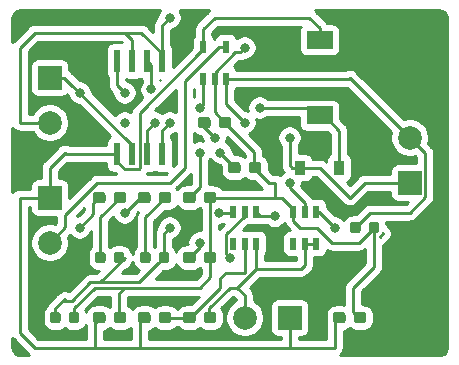
<source format=gbr>
G04 #@! TF.GenerationSoftware,KiCad,Pcbnew,(5.1.2)-1*
G04 #@! TF.CreationDate,2019-09-27T08:17:10+00:00*
G04 #@! TF.ProjectId,lilikitPCB,6c696c69-6b69-4745-9043-422e6b696361,V01*
G04 #@! TF.SameCoordinates,Original*
G04 #@! TF.FileFunction,Copper,L1,Top*
G04 #@! TF.FilePolarity,Positive*
%FSLAX46Y46*%
G04 Gerber Fmt 4.6, Leading zero omitted, Abs format (unit mm)*
G04 Created by KiCad (PCBNEW (5.1.2)-1) date 2019-09-27 08:17:10*
%MOMM*%
%LPD*%
G04 APERTURE LIST*
%ADD10R,0.900000X1.200000*%
%ADD11C,1.998980*%
%ADD12R,1.998980X1.998980*%
%ADD13R,2.200000X1.500000*%
%ADD14C,0.100000*%
%ADD15C,0.950000*%
%ADD16R,0.600000X1.900000*%
%ADD17R,0.600000X1.050000*%
%ADD18C,0.875000*%
%ADD19C,0.800000*%
%ADD20C,0.250000*%
%ADD21C,0.254000*%
G04 APERTURE END LIST*
D10*
X105030000Y-95250000D03*
X108330000Y-95250000D03*
D11*
X83820000Y-91440000D03*
D12*
X83820000Y-87630000D03*
D11*
X100330000Y-107950000D03*
D12*
X104140000Y-107950000D03*
X83820000Y-97790000D03*
D11*
X83820000Y-101600000D03*
D12*
X114300000Y-96520000D03*
D11*
X114300000Y-92710000D03*
D13*
X106680000Y-84430000D03*
X106680000Y-90830000D03*
D14*
G36*
X90085779Y-97316144D02*
G01*
X90108834Y-97319563D01*
X90131443Y-97325227D01*
X90153387Y-97333079D01*
X90174457Y-97343044D01*
X90194448Y-97355026D01*
X90213168Y-97368910D01*
X90230438Y-97384562D01*
X90246090Y-97401832D01*
X90259974Y-97420552D01*
X90271956Y-97440543D01*
X90281921Y-97461613D01*
X90289773Y-97483557D01*
X90295437Y-97506166D01*
X90298856Y-97529221D01*
X90300000Y-97552500D01*
X90300000Y-98027500D01*
X90298856Y-98050779D01*
X90295437Y-98073834D01*
X90289773Y-98096443D01*
X90281921Y-98118387D01*
X90271956Y-98139457D01*
X90259974Y-98159448D01*
X90246090Y-98178168D01*
X90230438Y-98195438D01*
X90213168Y-98211090D01*
X90194448Y-98224974D01*
X90174457Y-98236956D01*
X90153387Y-98246921D01*
X90131443Y-98254773D01*
X90108834Y-98260437D01*
X90085779Y-98263856D01*
X90062500Y-98265000D01*
X89487500Y-98265000D01*
X89464221Y-98263856D01*
X89441166Y-98260437D01*
X89418557Y-98254773D01*
X89396613Y-98246921D01*
X89375543Y-98236956D01*
X89355552Y-98224974D01*
X89336832Y-98211090D01*
X89319562Y-98195438D01*
X89303910Y-98178168D01*
X89290026Y-98159448D01*
X89278044Y-98139457D01*
X89268079Y-98118387D01*
X89260227Y-98096443D01*
X89254563Y-98073834D01*
X89251144Y-98050779D01*
X89250000Y-98027500D01*
X89250000Y-97552500D01*
X89251144Y-97529221D01*
X89254563Y-97506166D01*
X89260227Y-97483557D01*
X89268079Y-97461613D01*
X89278044Y-97440543D01*
X89290026Y-97420552D01*
X89303910Y-97401832D01*
X89319562Y-97384562D01*
X89336832Y-97368910D01*
X89355552Y-97355026D01*
X89375543Y-97343044D01*
X89396613Y-97333079D01*
X89418557Y-97325227D01*
X89441166Y-97319563D01*
X89464221Y-97316144D01*
X89487500Y-97315000D01*
X90062500Y-97315000D01*
X90085779Y-97316144D01*
X90085779Y-97316144D01*
G37*
D15*
X89775000Y-97790000D03*
D14*
G36*
X88335779Y-97316144D02*
G01*
X88358834Y-97319563D01*
X88381443Y-97325227D01*
X88403387Y-97333079D01*
X88424457Y-97343044D01*
X88444448Y-97355026D01*
X88463168Y-97368910D01*
X88480438Y-97384562D01*
X88496090Y-97401832D01*
X88509974Y-97420552D01*
X88521956Y-97440543D01*
X88531921Y-97461613D01*
X88539773Y-97483557D01*
X88545437Y-97506166D01*
X88548856Y-97529221D01*
X88550000Y-97552500D01*
X88550000Y-98027500D01*
X88548856Y-98050779D01*
X88545437Y-98073834D01*
X88539773Y-98096443D01*
X88531921Y-98118387D01*
X88521956Y-98139457D01*
X88509974Y-98159448D01*
X88496090Y-98178168D01*
X88480438Y-98195438D01*
X88463168Y-98211090D01*
X88444448Y-98224974D01*
X88424457Y-98236956D01*
X88403387Y-98246921D01*
X88381443Y-98254773D01*
X88358834Y-98260437D01*
X88335779Y-98263856D01*
X88312500Y-98265000D01*
X87737500Y-98265000D01*
X87714221Y-98263856D01*
X87691166Y-98260437D01*
X87668557Y-98254773D01*
X87646613Y-98246921D01*
X87625543Y-98236956D01*
X87605552Y-98224974D01*
X87586832Y-98211090D01*
X87569562Y-98195438D01*
X87553910Y-98178168D01*
X87540026Y-98159448D01*
X87528044Y-98139457D01*
X87518079Y-98118387D01*
X87510227Y-98096443D01*
X87504563Y-98073834D01*
X87501144Y-98050779D01*
X87500000Y-98027500D01*
X87500000Y-97552500D01*
X87501144Y-97529221D01*
X87504563Y-97506166D01*
X87510227Y-97483557D01*
X87518079Y-97461613D01*
X87528044Y-97440543D01*
X87540026Y-97420552D01*
X87553910Y-97401832D01*
X87569562Y-97384562D01*
X87586832Y-97368910D01*
X87605552Y-97355026D01*
X87625543Y-97343044D01*
X87646613Y-97333079D01*
X87668557Y-97325227D01*
X87691166Y-97319563D01*
X87714221Y-97316144D01*
X87737500Y-97315000D01*
X88312500Y-97315000D01*
X88335779Y-97316144D01*
X88335779Y-97316144D01*
G37*
D15*
X88025000Y-97790000D03*
D14*
G36*
X92145779Y-97316144D02*
G01*
X92168834Y-97319563D01*
X92191443Y-97325227D01*
X92213387Y-97333079D01*
X92234457Y-97343044D01*
X92254448Y-97355026D01*
X92273168Y-97368910D01*
X92290438Y-97384562D01*
X92306090Y-97401832D01*
X92319974Y-97420552D01*
X92331956Y-97440543D01*
X92341921Y-97461613D01*
X92349773Y-97483557D01*
X92355437Y-97506166D01*
X92358856Y-97529221D01*
X92360000Y-97552500D01*
X92360000Y-98027500D01*
X92358856Y-98050779D01*
X92355437Y-98073834D01*
X92349773Y-98096443D01*
X92341921Y-98118387D01*
X92331956Y-98139457D01*
X92319974Y-98159448D01*
X92306090Y-98178168D01*
X92290438Y-98195438D01*
X92273168Y-98211090D01*
X92254448Y-98224974D01*
X92234457Y-98236956D01*
X92213387Y-98246921D01*
X92191443Y-98254773D01*
X92168834Y-98260437D01*
X92145779Y-98263856D01*
X92122500Y-98265000D01*
X91547500Y-98265000D01*
X91524221Y-98263856D01*
X91501166Y-98260437D01*
X91478557Y-98254773D01*
X91456613Y-98246921D01*
X91435543Y-98236956D01*
X91415552Y-98224974D01*
X91396832Y-98211090D01*
X91379562Y-98195438D01*
X91363910Y-98178168D01*
X91350026Y-98159448D01*
X91338044Y-98139457D01*
X91328079Y-98118387D01*
X91320227Y-98096443D01*
X91314563Y-98073834D01*
X91311144Y-98050779D01*
X91310000Y-98027500D01*
X91310000Y-97552500D01*
X91311144Y-97529221D01*
X91314563Y-97506166D01*
X91320227Y-97483557D01*
X91328079Y-97461613D01*
X91338044Y-97440543D01*
X91350026Y-97420552D01*
X91363910Y-97401832D01*
X91379562Y-97384562D01*
X91396832Y-97368910D01*
X91415552Y-97355026D01*
X91435543Y-97343044D01*
X91456613Y-97333079D01*
X91478557Y-97325227D01*
X91501166Y-97319563D01*
X91524221Y-97316144D01*
X91547500Y-97315000D01*
X92122500Y-97315000D01*
X92145779Y-97316144D01*
X92145779Y-97316144D01*
G37*
D15*
X91835000Y-97790000D03*
D14*
G36*
X93895779Y-97316144D02*
G01*
X93918834Y-97319563D01*
X93941443Y-97325227D01*
X93963387Y-97333079D01*
X93984457Y-97343044D01*
X94004448Y-97355026D01*
X94023168Y-97368910D01*
X94040438Y-97384562D01*
X94056090Y-97401832D01*
X94069974Y-97420552D01*
X94081956Y-97440543D01*
X94091921Y-97461613D01*
X94099773Y-97483557D01*
X94105437Y-97506166D01*
X94108856Y-97529221D01*
X94110000Y-97552500D01*
X94110000Y-98027500D01*
X94108856Y-98050779D01*
X94105437Y-98073834D01*
X94099773Y-98096443D01*
X94091921Y-98118387D01*
X94081956Y-98139457D01*
X94069974Y-98159448D01*
X94056090Y-98178168D01*
X94040438Y-98195438D01*
X94023168Y-98211090D01*
X94004448Y-98224974D01*
X93984457Y-98236956D01*
X93963387Y-98246921D01*
X93941443Y-98254773D01*
X93918834Y-98260437D01*
X93895779Y-98263856D01*
X93872500Y-98265000D01*
X93297500Y-98265000D01*
X93274221Y-98263856D01*
X93251166Y-98260437D01*
X93228557Y-98254773D01*
X93206613Y-98246921D01*
X93185543Y-98236956D01*
X93165552Y-98224974D01*
X93146832Y-98211090D01*
X93129562Y-98195438D01*
X93113910Y-98178168D01*
X93100026Y-98159448D01*
X93088044Y-98139457D01*
X93078079Y-98118387D01*
X93070227Y-98096443D01*
X93064563Y-98073834D01*
X93061144Y-98050779D01*
X93060000Y-98027500D01*
X93060000Y-97552500D01*
X93061144Y-97529221D01*
X93064563Y-97506166D01*
X93070227Y-97483557D01*
X93078079Y-97461613D01*
X93088044Y-97440543D01*
X93100026Y-97420552D01*
X93113910Y-97401832D01*
X93129562Y-97384562D01*
X93146832Y-97368910D01*
X93165552Y-97355026D01*
X93185543Y-97343044D01*
X93206613Y-97333079D01*
X93228557Y-97325227D01*
X93251166Y-97319563D01*
X93274221Y-97316144D01*
X93297500Y-97315000D01*
X93872500Y-97315000D01*
X93895779Y-97316144D01*
X93895779Y-97316144D01*
G37*
D15*
X93585000Y-97790000D03*
D14*
G36*
X97705779Y-97316144D02*
G01*
X97728834Y-97319563D01*
X97751443Y-97325227D01*
X97773387Y-97333079D01*
X97794457Y-97343044D01*
X97814448Y-97355026D01*
X97833168Y-97368910D01*
X97850438Y-97384562D01*
X97866090Y-97401832D01*
X97879974Y-97420552D01*
X97891956Y-97440543D01*
X97901921Y-97461613D01*
X97909773Y-97483557D01*
X97915437Y-97506166D01*
X97918856Y-97529221D01*
X97920000Y-97552500D01*
X97920000Y-98027500D01*
X97918856Y-98050779D01*
X97915437Y-98073834D01*
X97909773Y-98096443D01*
X97901921Y-98118387D01*
X97891956Y-98139457D01*
X97879974Y-98159448D01*
X97866090Y-98178168D01*
X97850438Y-98195438D01*
X97833168Y-98211090D01*
X97814448Y-98224974D01*
X97794457Y-98236956D01*
X97773387Y-98246921D01*
X97751443Y-98254773D01*
X97728834Y-98260437D01*
X97705779Y-98263856D01*
X97682500Y-98265000D01*
X97107500Y-98265000D01*
X97084221Y-98263856D01*
X97061166Y-98260437D01*
X97038557Y-98254773D01*
X97016613Y-98246921D01*
X96995543Y-98236956D01*
X96975552Y-98224974D01*
X96956832Y-98211090D01*
X96939562Y-98195438D01*
X96923910Y-98178168D01*
X96910026Y-98159448D01*
X96898044Y-98139457D01*
X96888079Y-98118387D01*
X96880227Y-98096443D01*
X96874563Y-98073834D01*
X96871144Y-98050779D01*
X96870000Y-98027500D01*
X96870000Y-97552500D01*
X96871144Y-97529221D01*
X96874563Y-97506166D01*
X96880227Y-97483557D01*
X96888079Y-97461613D01*
X96898044Y-97440543D01*
X96910026Y-97420552D01*
X96923910Y-97401832D01*
X96939562Y-97384562D01*
X96956832Y-97368910D01*
X96975552Y-97355026D01*
X96995543Y-97343044D01*
X97016613Y-97333079D01*
X97038557Y-97325227D01*
X97061166Y-97319563D01*
X97084221Y-97316144D01*
X97107500Y-97315000D01*
X97682500Y-97315000D01*
X97705779Y-97316144D01*
X97705779Y-97316144D01*
G37*
D15*
X97395000Y-97790000D03*
D14*
G36*
X95955779Y-97316144D02*
G01*
X95978834Y-97319563D01*
X96001443Y-97325227D01*
X96023387Y-97333079D01*
X96044457Y-97343044D01*
X96064448Y-97355026D01*
X96083168Y-97368910D01*
X96100438Y-97384562D01*
X96116090Y-97401832D01*
X96129974Y-97420552D01*
X96141956Y-97440543D01*
X96151921Y-97461613D01*
X96159773Y-97483557D01*
X96165437Y-97506166D01*
X96168856Y-97529221D01*
X96170000Y-97552500D01*
X96170000Y-98027500D01*
X96168856Y-98050779D01*
X96165437Y-98073834D01*
X96159773Y-98096443D01*
X96151921Y-98118387D01*
X96141956Y-98139457D01*
X96129974Y-98159448D01*
X96116090Y-98178168D01*
X96100438Y-98195438D01*
X96083168Y-98211090D01*
X96064448Y-98224974D01*
X96044457Y-98236956D01*
X96023387Y-98246921D01*
X96001443Y-98254773D01*
X95978834Y-98260437D01*
X95955779Y-98263856D01*
X95932500Y-98265000D01*
X95357500Y-98265000D01*
X95334221Y-98263856D01*
X95311166Y-98260437D01*
X95288557Y-98254773D01*
X95266613Y-98246921D01*
X95245543Y-98236956D01*
X95225552Y-98224974D01*
X95206832Y-98211090D01*
X95189562Y-98195438D01*
X95173910Y-98178168D01*
X95160026Y-98159448D01*
X95148044Y-98139457D01*
X95138079Y-98118387D01*
X95130227Y-98096443D01*
X95124563Y-98073834D01*
X95121144Y-98050779D01*
X95120000Y-98027500D01*
X95120000Y-97552500D01*
X95121144Y-97529221D01*
X95124563Y-97506166D01*
X95130227Y-97483557D01*
X95138079Y-97461613D01*
X95148044Y-97440543D01*
X95160026Y-97420552D01*
X95173910Y-97401832D01*
X95189562Y-97384562D01*
X95206832Y-97368910D01*
X95225552Y-97355026D01*
X95245543Y-97343044D01*
X95266613Y-97333079D01*
X95288557Y-97325227D01*
X95311166Y-97319563D01*
X95334221Y-97316144D01*
X95357500Y-97315000D01*
X95932500Y-97315000D01*
X95955779Y-97316144D01*
X95955779Y-97316144D01*
G37*
D15*
X95645000Y-97790000D03*
D14*
G36*
X95955779Y-102396144D02*
G01*
X95978834Y-102399563D01*
X96001443Y-102405227D01*
X96023387Y-102413079D01*
X96044457Y-102423044D01*
X96064448Y-102435026D01*
X96083168Y-102448910D01*
X96100438Y-102464562D01*
X96116090Y-102481832D01*
X96129974Y-102500552D01*
X96141956Y-102520543D01*
X96151921Y-102541613D01*
X96159773Y-102563557D01*
X96165437Y-102586166D01*
X96168856Y-102609221D01*
X96170000Y-102632500D01*
X96170000Y-103107500D01*
X96168856Y-103130779D01*
X96165437Y-103153834D01*
X96159773Y-103176443D01*
X96151921Y-103198387D01*
X96141956Y-103219457D01*
X96129974Y-103239448D01*
X96116090Y-103258168D01*
X96100438Y-103275438D01*
X96083168Y-103291090D01*
X96064448Y-103304974D01*
X96044457Y-103316956D01*
X96023387Y-103326921D01*
X96001443Y-103334773D01*
X95978834Y-103340437D01*
X95955779Y-103343856D01*
X95932500Y-103345000D01*
X95357500Y-103345000D01*
X95334221Y-103343856D01*
X95311166Y-103340437D01*
X95288557Y-103334773D01*
X95266613Y-103326921D01*
X95245543Y-103316956D01*
X95225552Y-103304974D01*
X95206832Y-103291090D01*
X95189562Y-103275438D01*
X95173910Y-103258168D01*
X95160026Y-103239448D01*
X95148044Y-103219457D01*
X95138079Y-103198387D01*
X95130227Y-103176443D01*
X95124563Y-103153834D01*
X95121144Y-103130779D01*
X95120000Y-103107500D01*
X95120000Y-102632500D01*
X95121144Y-102609221D01*
X95124563Y-102586166D01*
X95130227Y-102563557D01*
X95138079Y-102541613D01*
X95148044Y-102520543D01*
X95160026Y-102500552D01*
X95173910Y-102481832D01*
X95189562Y-102464562D01*
X95206832Y-102448910D01*
X95225552Y-102435026D01*
X95245543Y-102423044D01*
X95266613Y-102413079D01*
X95288557Y-102405227D01*
X95311166Y-102399563D01*
X95334221Y-102396144D01*
X95357500Y-102395000D01*
X95932500Y-102395000D01*
X95955779Y-102396144D01*
X95955779Y-102396144D01*
G37*
D15*
X95645000Y-102870000D03*
D14*
G36*
X97705779Y-102396144D02*
G01*
X97728834Y-102399563D01*
X97751443Y-102405227D01*
X97773387Y-102413079D01*
X97794457Y-102423044D01*
X97814448Y-102435026D01*
X97833168Y-102448910D01*
X97850438Y-102464562D01*
X97866090Y-102481832D01*
X97879974Y-102500552D01*
X97891956Y-102520543D01*
X97901921Y-102541613D01*
X97909773Y-102563557D01*
X97915437Y-102586166D01*
X97918856Y-102609221D01*
X97920000Y-102632500D01*
X97920000Y-103107500D01*
X97918856Y-103130779D01*
X97915437Y-103153834D01*
X97909773Y-103176443D01*
X97901921Y-103198387D01*
X97891956Y-103219457D01*
X97879974Y-103239448D01*
X97866090Y-103258168D01*
X97850438Y-103275438D01*
X97833168Y-103291090D01*
X97814448Y-103304974D01*
X97794457Y-103316956D01*
X97773387Y-103326921D01*
X97751443Y-103334773D01*
X97728834Y-103340437D01*
X97705779Y-103343856D01*
X97682500Y-103345000D01*
X97107500Y-103345000D01*
X97084221Y-103343856D01*
X97061166Y-103340437D01*
X97038557Y-103334773D01*
X97016613Y-103326921D01*
X96995543Y-103316956D01*
X96975552Y-103304974D01*
X96956832Y-103291090D01*
X96939562Y-103275438D01*
X96923910Y-103258168D01*
X96910026Y-103239448D01*
X96898044Y-103219457D01*
X96888079Y-103198387D01*
X96880227Y-103176443D01*
X96874563Y-103153834D01*
X96871144Y-103130779D01*
X96870000Y-103107500D01*
X96870000Y-102632500D01*
X96871144Y-102609221D01*
X96874563Y-102586166D01*
X96880227Y-102563557D01*
X96888079Y-102541613D01*
X96898044Y-102520543D01*
X96910026Y-102500552D01*
X96923910Y-102481832D01*
X96939562Y-102464562D01*
X96956832Y-102448910D01*
X96975552Y-102435026D01*
X96995543Y-102423044D01*
X97016613Y-102413079D01*
X97038557Y-102405227D01*
X97061166Y-102399563D01*
X97084221Y-102396144D01*
X97107500Y-102395000D01*
X97682500Y-102395000D01*
X97705779Y-102396144D01*
X97705779Y-102396144D01*
G37*
D15*
X97395000Y-102870000D03*
D14*
G36*
X93895779Y-107476144D02*
G01*
X93918834Y-107479563D01*
X93941443Y-107485227D01*
X93963387Y-107493079D01*
X93984457Y-107503044D01*
X94004448Y-107515026D01*
X94023168Y-107528910D01*
X94040438Y-107544562D01*
X94056090Y-107561832D01*
X94069974Y-107580552D01*
X94081956Y-107600543D01*
X94091921Y-107621613D01*
X94099773Y-107643557D01*
X94105437Y-107666166D01*
X94108856Y-107689221D01*
X94110000Y-107712500D01*
X94110000Y-108187500D01*
X94108856Y-108210779D01*
X94105437Y-108233834D01*
X94099773Y-108256443D01*
X94091921Y-108278387D01*
X94081956Y-108299457D01*
X94069974Y-108319448D01*
X94056090Y-108338168D01*
X94040438Y-108355438D01*
X94023168Y-108371090D01*
X94004448Y-108384974D01*
X93984457Y-108396956D01*
X93963387Y-108406921D01*
X93941443Y-108414773D01*
X93918834Y-108420437D01*
X93895779Y-108423856D01*
X93872500Y-108425000D01*
X93297500Y-108425000D01*
X93274221Y-108423856D01*
X93251166Y-108420437D01*
X93228557Y-108414773D01*
X93206613Y-108406921D01*
X93185543Y-108396956D01*
X93165552Y-108384974D01*
X93146832Y-108371090D01*
X93129562Y-108355438D01*
X93113910Y-108338168D01*
X93100026Y-108319448D01*
X93088044Y-108299457D01*
X93078079Y-108278387D01*
X93070227Y-108256443D01*
X93064563Y-108233834D01*
X93061144Y-108210779D01*
X93060000Y-108187500D01*
X93060000Y-107712500D01*
X93061144Y-107689221D01*
X93064563Y-107666166D01*
X93070227Y-107643557D01*
X93078079Y-107621613D01*
X93088044Y-107600543D01*
X93100026Y-107580552D01*
X93113910Y-107561832D01*
X93129562Y-107544562D01*
X93146832Y-107528910D01*
X93165552Y-107515026D01*
X93185543Y-107503044D01*
X93206613Y-107493079D01*
X93228557Y-107485227D01*
X93251166Y-107479563D01*
X93274221Y-107476144D01*
X93297500Y-107475000D01*
X93872500Y-107475000D01*
X93895779Y-107476144D01*
X93895779Y-107476144D01*
G37*
D15*
X93585000Y-107950000D03*
D14*
G36*
X92145779Y-107476144D02*
G01*
X92168834Y-107479563D01*
X92191443Y-107485227D01*
X92213387Y-107493079D01*
X92234457Y-107503044D01*
X92254448Y-107515026D01*
X92273168Y-107528910D01*
X92290438Y-107544562D01*
X92306090Y-107561832D01*
X92319974Y-107580552D01*
X92331956Y-107600543D01*
X92341921Y-107621613D01*
X92349773Y-107643557D01*
X92355437Y-107666166D01*
X92358856Y-107689221D01*
X92360000Y-107712500D01*
X92360000Y-108187500D01*
X92358856Y-108210779D01*
X92355437Y-108233834D01*
X92349773Y-108256443D01*
X92341921Y-108278387D01*
X92331956Y-108299457D01*
X92319974Y-108319448D01*
X92306090Y-108338168D01*
X92290438Y-108355438D01*
X92273168Y-108371090D01*
X92254448Y-108384974D01*
X92234457Y-108396956D01*
X92213387Y-108406921D01*
X92191443Y-108414773D01*
X92168834Y-108420437D01*
X92145779Y-108423856D01*
X92122500Y-108425000D01*
X91547500Y-108425000D01*
X91524221Y-108423856D01*
X91501166Y-108420437D01*
X91478557Y-108414773D01*
X91456613Y-108406921D01*
X91435543Y-108396956D01*
X91415552Y-108384974D01*
X91396832Y-108371090D01*
X91379562Y-108355438D01*
X91363910Y-108338168D01*
X91350026Y-108319448D01*
X91338044Y-108299457D01*
X91328079Y-108278387D01*
X91320227Y-108256443D01*
X91314563Y-108233834D01*
X91311144Y-108210779D01*
X91310000Y-108187500D01*
X91310000Y-107712500D01*
X91311144Y-107689221D01*
X91314563Y-107666166D01*
X91320227Y-107643557D01*
X91328079Y-107621613D01*
X91338044Y-107600543D01*
X91350026Y-107580552D01*
X91363910Y-107561832D01*
X91379562Y-107544562D01*
X91396832Y-107528910D01*
X91415552Y-107515026D01*
X91435543Y-107503044D01*
X91456613Y-107493079D01*
X91478557Y-107485227D01*
X91501166Y-107479563D01*
X91524221Y-107476144D01*
X91547500Y-107475000D01*
X92122500Y-107475000D01*
X92145779Y-107476144D01*
X92145779Y-107476144D01*
G37*
D15*
X91835000Y-107950000D03*
D14*
G36*
X98975779Y-90966144D02*
G01*
X98998834Y-90969563D01*
X99021443Y-90975227D01*
X99043387Y-90983079D01*
X99064457Y-90993044D01*
X99084448Y-91005026D01*
X99103168Y-91018910D01*
X99120438Y-91034562D01*
X99136090Y-91051832D01*
X99149974Y-91070552D01*
X99161956Y-91090543D01*
X99171921Y-91111613D01*
X99179773Y-91133557D01*
X99185437Y-91156166D01*
X99188856Y-91179221D01*
X99190000Y-91202500D01*
X99190000Y-91677500D01*
X99188856Y-91700779D01*
X99185437Y-91723834D01*
X99179773Y-91746443D01*
X99171921Y-91768387D01*
X99161956Y-91789457D01*
X99149974Y-91809448D01*
X99136090Y-91828168D01*
X99120438Y-91845438D01*
X99103168Y-91861090D01*
X99084448Y-91874974D01*
X99064457Y-91886956D01*
X99043387Y-91896921D01*
X99021443Y-91904773D01*
X98998834Y-91910437D01*
X98975779Y-91913856D01*
X98952500Y-91915000D01*
X98377500Y-91915000D01*
X98354221Y-91913856D01*
X98331166Y-91910437D01*
X98308557Y-91904773D01*
X98286613Y-91896921D01*
X98265543Y-91886956D01*
X98245552Y-91874974D01*
X98226832Y-91861090D01*
X98209562Y-91845438D01*
X98193910Y-91828168D01*
X98180026Y-91809448D01*
X98168044Y-91789457D01*
X98158079Y-91768387D01*
X98150227Y-91746443D01*
X98144563Y-91723834D01*
X98141144Y-91700779D01*
X98140000Y-91677500D01*
X98140000Y-91202500D01*
X98141144Y-91179221D01*
X98144563Y-91156166D01*
X98150227Y-91133557D01*
X98158079Y-91111613D01*
X98168044Y-91090543D01*
X98180026Y-91070552D01*
X98193910Y-91051832D01*
X98209562Y-91034562D01*
X98226832Y-91018910D01*
X98245552Y-91005026D01*
X98265543Y-90993044D01*
X98286613Y-90983079D01*
X98308557Y-90975227D01*
X98331166Y-90969563D01*
X98354221Y-90966144D01*
X98377500Y-90965000D01*
X98952500Y-90965000D01*
X98975779Y-90966144D01*
X98975779Y-90966144D01*
G37*
D15*
X98665000Y-91440000D03*
D14*
G36*
X97225779Y-90966144D02*
G01*
X97248834Y-90969563D01*
X97271443Y-90975227D01*
X97293387Y-90983079D01*
X97314457Y-90993044D01*
X97334448Y-91005026D01*
X97353168Y-91018910D01*
X97370438Y-91034562D01*
X97386090Y-91051832D01*
X97399974Y-91070552D01*
X97411956Y-91090543D01*
X97421921Y-91111613D01*
X97429773Y-91133557D01*
X97435437Y-91156166D01*
X97438856Y-91179221D01*
X97440000Y-91202500D01*
X97440000Y-91677500D01*
X97438856Y-91700779D01*
X97435437Y-91723834D01*
X97429773Y-91746443D01*
X97421921Y-91768387D01*
X97411956Y-91789457D01*
X97399974Y-91809448D01*
X97386090Y-91828168D01*
X97370438Y-91845438D01*
X97353168Y-91861090D01*
X97334448Y-91874974D01*
X97314457Y-91886956D01*
X97293387Y-91896921D01*
X97271443Y-91904773D01*
X97248834Y-91910437D01*
X97225779Y-91913856D01*
X97202500Y-91915000D01*
X96627500Y-91915000D01*
X96604221Y-91913856D01*
X96581166Y-91910437D01*
X96558557Y-91904773D01*
X96536613Y-91896921D01*
X96515543Y-91886956D01*
X96495552Y-91874974D01*
X96476832Y-91861090D01*
X96459562Y-91845438D01*
X96443910Y-91828168D01*
X96430026Y-91809448D01*
X96418044Y-91789457D01*
X96408079Y-91768387D01*
X96400227Y-91746443D01*
X96394563Y-91723834D01*
X96391144Y-91700779D01*
X96390000Y-91677500D01*
X96390000Y-91202500D01*
X96391144Y-91179221D01*
X96394563Y-91156166D01*
X96400227Y-91133557D01*
X96408079Y-91111613D01*
X96418044Y-91090543D01*
X96430026Y-91070552D01*
X96443910Y-91051832D01*
X96459562Y-91034562D01*
X96476832Y-91018910D01*
X96495552Y-91005026D01*
X96515543Y-90993044D01*
X96536613Y-90983079D01*
X96558557Y-90975227D01*
X96581166Y-90969563D01*
X96604221Y-90966144D01*
X96627500Y-90965000D01*
X97202500Y-90965000D01*
X97225779Y-90966144D01*
X97225779Y-90966144D01*
G37*
D15*
X96915000Y-91440000D03*
D16*
X93345000Y-86220000D03*
X92075000Y-86220000D03*
X90805000Y-86220000D03*
X89535000Y-86220000D03*
X89535000Y-94120000D03*
X90805000Y-94120000D03*
X92075000Y-94120000D03*
X93345000Y-94120000D03*
D17*
X100330000Y-101680000D03*
X101280000Y-101680000D03*
X99380000Y-101680000D03*
X99380000Y-98980000D03*
X100330000Y-98980000D03*
X101280000Y-98980000D03*
X104460000Y-101680000D03*
X105410000Y-101680000D03*
X106360000Y-101680000D03*
X106360000Y-98980000D03*
X104460000Y-98980000D03*
X105410000Y-98980000D03*
X96840000Y-87710000D03*
X97790000Y-87710000D03*
X98740000Y-87710000D03*
X98740000Y-85010000D03*
X96840000Y-85010000D03*
D14*
G36*
X86117691Y-107476053D02*
G01*
X86138926Y-107479203D01*
X86159750Y-107484419D01*
X86179962Y-107491651D01*
X86199368Y-107500830D01*
X86217781Y-107511866D01*
X86235024Y-107524654D01*
X86250930Y-107539070D01*
X86265346Y-107554976D01*
X86278134Y-107572219D01*
X86289170Y-107590632D01*
X86298349Y-107610038D01*
X86305581Y-107630250D01*
X86310797Y-107651074D01*
X86313947Y-107672309D01*
X86315000Y-107693750D01*
X86315000Y-108206250D01*
X86313947Y-108227691D01*
X86310797Y-108248926D01*
X86305581Y-108269750D01*
X86298349Y-108289962D01*
X86289170Y-108309368D01*
X86278134Y-108327781D01*
X86265346Y-108345024D01*
X86250930Y-108360930D01*
X86235024Y-108375346D01*
X86217781Y-108388134D01*
X86199368Y-108399170D01*
X86179962Y-108408349D01*
X86159750Y-108415581D01*
X86138926Y-108420797D01*
X86117691Y-108423947D01*
X86096250Y-108425000D01*
X85658750Y-108425000D01*
X85637309Y-108423947D01*
X85616074Y-108420797D01*
X85595250Y-108415581D01*
X85575038Y-108408349D01*
X85555632Y-108399170D01*
X85537219Y-108388134D01*
X85519976Y-108375346D01*
X85504070Y-108360930D01*
X85489654Y-108345024D01*
X85476866Y-108327781D01*
X85465830Y-108309368D01*
X85456651Y-108289962D01*
X85449419Y-108269750D01*
X85444203Y-108248926D01*
X85441053Y-108227691D01*
X85440000Y-108206250D01*
X85440000Y-107693750D01*
X85441053Y-107672309D01*
X85444203Y-107651074D01*
X85449419Y-107630250D01*
X85456651Y-107610038D01*
X85465830Y-107590632D01*
X85476866Y-107572219D01*
X85489654Y-107554976D01*
X85504070Y-107539070D01*
X85519976Y-107524654D01*
X85537219Y-107511866D01*
X85555632Y-107500830D01*
X85575038Y-107491651D01*
X85595250Y-107484419D01*
X85616074Y-107479203D01*
X85637309Y-107476053D01*
X85658750Y-107475000D01*
X86096250Y-107475000D01*
X86117691Y-107476053D01*
X86117691Y-107476053D01*
G37*
D18*
X85877500Y-107950000D03*
D14*
G36*
X84542691Y-107476053D02*
G01*
X84563926Y-107479203D01*
X84584750Y-107484419D01*
X84604962Y-107491651D01*
X84624368Y-107500830D01*
X84642781Y-107511866D01*
X84660024Y-107524654D01*
X84675930Y-107539070D01*
X84690346Y-107554976D01*
X84703134Y-107572219D01*
X84714170Y-107590632D01*
X84723349Y-107610038D01*
X84730581Y-107630250D01*
X84735797Y-107651074D01*
X84738947Y-107672309D01*
X84740000Y-107693750D01*
X84740000Y-108206250D01*
X84738947Y-108227691D01*
X84735797Y-108248926D01*
X84730581Y-108269750D01*
X84723349Y-108289962D01*
X84714170Y-108309368D01*
X84703134Y-108327781D01*
X84690346Y-108345024D01*
X84675930Y-108360930D01*
X84660024Y-108375346D01*
X84642781Y-108388134D01*
X84624368Y-108399170D01*
X84604962Y-108408349D01*
X84584750Y-108415581D01*
X84563926Y-108420797D01*
X84542691Y-108423947D01*
X84521250Y-108425000D01*
X84083750Y-108425000D01*
X84062309Y-108423947D01*
X84041074Y-108420797D01*
X84020250Y-108415581D01*
X84000038Y-108408349D01*
X83980632Y-108399170D01*
X83962219Y-108388134D01*
X83944976Y-108375346D01*
X83929070Y-108360930D01*
X83914654Y-108345024D01*
X83901866Y-108327781D01*
X83890830Y-108309368D01*
X83881651Y-108289962D01*
X83874419Y-108269750D01*
X83869203Y-108248926D01*
X83866053Y-108227691D01*
X83865000Y-108206250D01*
X83865000Y-107693750D01*
X83866053Y-107672309D01*
X83869203Y-107651074D01*
X83874419Y-107630250D01*
X83881651Y-107610038D01*
X83890830Y-107590632D01*
X83901866Y-107572219D01*
X83914654Y-107554976D01*
X83929070Y-107539070D01*
X83944976Y-107524654D01*
X83962219Y-107511866D01*
X83980632Y-107500830D01*
X84000038Y-107491651D01*
X84020250Y-107484419D01*
X84041074Y-107479203D01*
X84062309Y-107476053D01*
X84083750Y-107475000D01*
X84521250Y-107475000D01*
X84542691Y-107476053D01*
X84542691Y-107476053D01*
G37*
D18*
X84302500Y-107950000D03*
D14*
G36*
X97705779Y-107476144D02*
G01*
X97728834Y-107479563D01*
X97751443Y-107485227D01*
X97773387Y-107493079D01*
X97794457Y-107503044D01*
X97814448Y-107515026D01*
X97833168Y-107528910D01*
X97850438Y-107544562D01*
X97866090Y-107561832D01*
X97879974Y-107580552D01*
X97891956Y-107600543D01*
X97901921Y-107621613D01*
X97909773Y-107643557D01*
X97915437Y-107666166D01*
X97918856Y-107689221D01*
X97920000Y-107712500D01*
X97920000Y-108187500D01*
X97918856Y-108210779D01*
X97915437Y-108233834D01*
X97909773Y-108256443D01*
X97901921Y-108278387D01*
X97891956Y-108299457D01*
X97879974Y-108319448D01*
X97866090Y-108338168D01*
X97850438Y-108355438D01*
X97833168Y-108371090D01*
X97814448Y-108384974D01*
X97794457Y-108396956D01*
X97773387Y-108406921D01*
X97751443Y-108414773D01*
X97728834Y-108420437D01*
X97705779Y-108423856D01*
X97682500Y-108425000D01*
X97107500Y-108425000D01*
X97084221Y-108423856D01*
X97061166Y-108420437D01*
X97038557Y-108414773D01*
X97016613Y-108406921D01*
X96995543Y-108396956D01*
X96975552Y-108384974D01*
X96956832Y-108371090D01*
X96939562Y-108355438D01*
X96923910Y-108338168D01*
X96910026Y-108319448D01*
X96898044Y-108299457D01*
X96888079Y-108278387D01*
X96880227Y-108256443D01*
X96874563Y-108233834D01*
X96871144Y-108210779D01*
X96870000Y-108187500D01*
X96870000Y-107712500D01*
X96871144Y-107689221D01*
X96874563Y-107666166D01*
X96880227Y-107643557D01*
X96888079Y-107621613D01*
X96898044Y-107600543D01*
X96910026Y-107580552D01*
X96923910Y-107561832D01*
X96939562Y-107544562D01*
X96956832Y-107528910D01*
X96975552Y-107515026D01*
X96995543Y-107503044D01*
X97016613Y-107493079D01*
X97038557Y-107485227D01*
X97061166Y-107479563D01*
X97084221Y-107476144D01*
X97107500Y-107475000D01*
X97682500Y-107475000D01*
X97705779Y-107476144D01*
X97705779Y-107476144D01*
G37*
D15*
X97395000Y-107950000D03*
D14*
G36*
X95955779Y-107476144D02*
G01*
X95978834Y-107479563D01*
X96001443Y-107485227D01*
X96023387Y-107493079D01*
X96044457Y-107503044D01*
X96064448Y-107515026D01*
X96083168Y-107528910D01*
X96100438Y-107544562D01*
X96116090Y-107561832D01*
X96129974Y-107580552D01*
X96141956Y-107600543D01*
X96151921Y-107621613D01*
X96159773Y-107643557D01*
X96165437Y-107666166D01*
X96168856Y-107689221D01*
X96170000Y-107712500D01*
X96170000Y-108187500D01*
X96168856Y-108210779D01*
X96165437Y-108233834D01*
X96159773Y-108256443D01*
X96151921Y-108278387D01*
X96141956Y-108299457D01*
X96129974Y-108319448D01*
X96116090Y-108338168D01*
X96100438Y-108355438D01*
X96083168Y-108371090D01*
X96064448Y-108384974D01*
X96044457Y-108396956D01*
X96023387Y-108406921D01*
X96001443Y-108414773D01*
X95978834Y-108420437D01*
X95955779Y-108423856D01*
X95932500Y-108425000D01*
X95357500Y-108425000D01*
X95334221Y-108423856D01*
X95311166Y-108420437D01*
X95288557Y-108414773D01*
X95266613Y-108406921D01*
X95245543Y-108396956D01*
X95225552Y-108384974D01*
X95206832Y-108371090D01*
X95189562Y-108355438D01*
X95173910Y-108338168D01*
X95160026Y-108319448D01*
X95148044Y-108299457D01*
X95138079Y-108278387D01*
X95130227Y-108256443D01*
X95124563Y-108233834D01*
X95121144Y-108210779D01*
X95120000Y-108187500D01*
X95120000Y-107712500D01*
X95121144Y-107689221D01*
X95124563Y-107666166D01*
X95130227Y-107643557D01*
X95138079Y-107621613D01*
X95148044Y-107600543D01*
X95160026Y-107580552D01*
X95173910Y-107561832D01*
X95189562Y-107544562D01*
X95206832Y-107528910D01*
X95225552Y-107515026D01*
X95245543Y-107503044D01*
X95266613Y-107493079D01*
X95288557Y-107485227D01*
X95311166Y-107479563D01*
X95334221Y-107476144D01*
X95357500Y-107475000D01*
X95932500Y-107475000D01*
X95955779Y-107476144D01*
X95955779Y-107476144D01*
G37*
D15*
X95645000Y-107950000D03*
D14*
G36*
X88335779Y-107476144D02*
G01*
X88358834Y-107479563D01*
X88381443Y-107485227D01*
X88403387Y-107493079D01*
X88424457Y-107503044D01*
X88444448Y-107515026D01*
X88463168Y-107528910D01*
X88480438Y-107544562D01*
X88496090Y-107561832D01*
X88509974Y-107580552D01*
X88521956Y-107600543D01*
X88531921Y-107621613D01*
X88539773Y-107643557D01*
X88545437Y-107666166D01*
X88548856Y-107689221D01*
X88550000Y-107712500D01*
X88550000Y-108187500D01*
X88548856Y-108210779D01*
X88545437Y-108233834D01*
X88539773Y-108256443D01*
X88531921Y-108278387D01*
X88521956Y-108299457D01*
X88509974Y-108319448D01*
X88496090Y-108338168D01*
X88480438Y-108355438D01*
X88463168Y-108371090D01*
X88444448Y-108384974D01*
X88424457Y-108396956D01*
X88403387Y-108406921D01*
X88381443Y-108414773D01*
X88358834Y-108420437D01*
X88335779Y-108423856D01*
X88312500Y-108425000D01*
X87737500Y-108425000D01*
X87714221Y-108423856D01*
X87691166Y-108420437D01*
X87668557Y-108414773D01*
X87646613Y-108406921D01*
X87625543Y-108396956D01*
X87605552Y-108384974D01*
X87586832Y-108371090D01*
X87569562Y-108355438D01*
X87553910Y-108338168D01*
X87540026Y-108319448D01*
X87528044Y-108299457D01*
X87518079Y-108278387D01*
X87510227Y-108256443D01*
X87504563Y-108233834D01*
X87501144Y-108210779D01*
X87500000Y-108187500D01*
X87500000Y-107712500D01*
X87501144Y-107689221D01*
X87504563Y-107666166D01*
X87510227Y-107643557D01*
X87518079Y-107621613D01*
X87528044Y-107600543D01*
X87540026Y-107580552D01*
X87553910Y-107561832D01*
X87569562Y-107544562D01*
X87586832Y-107528910D01*
X87605552Y-107515026D01*
X87625543Y-107503044D01*
X87646613Y-107493079D01*
X87668557Y-107485227D01*
X87691166Y-107479563D01*
X87714221Y-107476144D01*
X87737500Y-107475000D01*
X88312500Y-107475000D01*
X88335779Y-107476144D01*
X88335779Y-107476144D01*
G37*
D15*
X88025000Y-107950000D03*
D14*
G36*
X90085779Y-107476144D02*
G01*
X90108834Y-107479563D01*
X90131443Y-107485227D01*
X90153387Y-107493079D01*
X90174457Y-107503044D01*
X90194448Y-107515026D01*
X90213168Y-107528910D01*
X90230438Y-107544562D01*
X90246090Y-107561832D01*
X90259974Y-107580552D01*
X90271956Y-107600543D01*
X90281921Y-107621613D01*
X90289773Y-107643557D01*
X90295437Y-107666166D01*
X90298856Y-107689221D01*
X90300000Y-107712500D01*
X90300000Y-108187500D01*
X90298856Y-108210779D01*
X90295437Y-108233834D01*
X90289773Y-108256443D01*
X90281921Y-108278387D01*
X90271956Y-108299457D01*
X90259974Y-108319448D01*
X90246090Y-108338168D01*
X90230438Y-108355438D01*
X90213168Y-108371090D01*
X90194448Y-108384974D01*
X90174457Y-108396956D01*
X90153387Y-108406921D01*
X90131443Y-108414773D01*
X90108834Y-108420437D01*
X90085779Y-108423856D01*
X90062500Y-108425000D01*
X89487500Y-108425000D01*
X89464221Y-108423856D01*
X89441166Y-108420437D01*
X89418557Y-108414773D01*
X89396613Y-108406921D01*
X89375543Y-108396956D01*
X89355552Y-108384974D01*
X89336832Y-108371090D01*
X89319562Y-108355438D01*
X89303910Y-108338168D01*
X89290026Y-108319448D01*
X89278044Y-108299457D01*
X89268079Y-108278387D01*
X89260227Y-108256443D01*
X89254563Y-108233834D01*
X89251144Y-108210779D01*
X89250000Y-108187500D01*
X89250000Y-107712500D01*
X89251144Y-107689221D01*
X89254563Y-107666166D01*
X89260227Y-107643557D01*
X89268079Y-107621613D01*
X89278044Y-107600543D01*
X89290026Y-107580552D01*
X89303910Y-107561832D01*
X89319562Y-107544562D01*
X89336832Y-107528910D01*
X89355552Y-107515026D01*
X89375543Y-107503044D01*
X89396613Y-107493079D01*
X89418557Y-107485227D01*
X89441166Y-107479563D01*
X89464221Y-107476144D01*
X89487500Y-107475000D01*
X90062500Y-107475000D01*
X90085779Y-107476144D01*
X90085779Y-107476144D01*
G37*
D15*
X89775000Y-107950000D03*
D14*
G36*
X108655779Y-107476144D02*
G01*
X108678834Y-107479563D01*
X108701443Y-107485227D01*
X108723387Y-107493079D01*
X108744457Y-107503044D01*
X108764448Y-107515026D01*
X108783168Y-107528910D01*
X108800438Y-107544562D01*
X108816090Y-107561832D01*
X108829974Y-107580552D01*
X108841956Y-107600543D01*
X108851921Y-107621613D01*
X108859773Y-107643557D01*
X108865437Y-107666166D01*
X108868856Y-107689221D01*
X108870000Y-107712500D01*
X108870000Y-108187500D01*
X108868856Y-108210779D01*
X108865437Y-108233834D01*
X108859773Y-108256443D01*
X108851921Y-108278387D01*
X108841956Y-108299457D01*
X108829974Y-108319448D01*
X108816090Y-108338168D01*
X108800438Y-108355438D01*
X108783168Y-108371090D01*
X108764448Y-108384974D01*
X108744457Y-108396956D01*
X108723387Y-108406921D01*
X108701443Y-108414773D01*
X108678834Y-108420437D01*
X108655779Y-108423856D01*
X108632500Y-108425000D01*
X108057500Y-108425000D01*
X108034221Y-108423856D01*
X108011166Y-108420437D01*
X107988557Y-108414773D01*
X107966613Y-108406921D01*
X107945543Y-108396956D01*
X107925552Y-108384974D01*
X107906832Y-108371090D01*
X107889562Y-108355438D01*
X107873910Y-108338168D01*
X107860026Y-108319448D01*
X107848044Y-108299457D01*
X107838079Y-108278387D01*
X107830227Y-108256443D01*
X107824563Y-108233834D01*
X107821144Y-108210779D01*
X107820000Y-108187500D01*
X107820000Y-107712500D01*
X107821144Y-107689221D01*
X107824563Y-107666166D01*
X107830227Y-107643557D01*
X107838079Y-107621613D01*
X107848044Y-107600543D01*
X107860026Y-107580552D01*
X107873910Y-107561832D01*
X107889562Y-107544562D01*
X107906832Y-107528910D01*
X107925552Y-107515026D01*
X107945543Y-107503044D01*
X107966613Y-107493079D01*
X107988557Y-107485227D01*
X108011166Y-107479563D01*
X108034221Y-107476144D01*
X108057500Y-107475000D01*
X108632500Y-107475000D01*
X108655779Y-107476144D01*
X108655779Y-107476144D01*
G37*
D15*
X108345000Y-107950000D03*
D14*
G36*
X110405779Y-107476144D02*
G01*
X110428834Y-107479563D01*
X110451443Y-107485227D01*
X110473387Y-107493079D01*
X110494457Y-107503044D01*
X110514448Y-107515026D01*
X110533168Y-107528910D01*
X110550438Y-107544562D01*
X110566090Y-107561832D01*
X110579974Y-107580552D01*
X110591956Y-107600543D01*
X110601921Y-107621613D01*
X110609773Y-107643557D01*
X110615437Y-107666166D01*
X110618856Y-107689221D01*
X110620000Y-107712500D01*
X110620000Y-108187500D01*
X110618856Y-108210779D01*
X110615437Y-108233834D01*
X110609773Y-108256443D01*
X110601921Y-108278387D01*
X110591956Y-108299457D01*
X110579974Y-108319448D01*
X110566090Y-108338168D01*
X110550438Y-108355438D01*
X110533168Y-108371090D01*
X110514448Y-108384974D01*
X110494457Y-108396956D01*
X110473387Y-108406921D01*
X110451443Y-108414773D01*
X110428834Y-108420437D01*
X110405779Y-108423856D01*
X110382500Y-108425000D01*
X109807500Y-108425000D01*
X109784221Y-108423856D01*
X109761166Y-108420437D01*
X109738557Y-108414773D01*
X109716613Y-108406921D01*
X109695543Y-108396956D01*
X109675552Y-108384974D01*
X109656832Y-108371090D01*
X109639562Y-108355438D01*
X109623910Y-108338168D01*
X109610026Y-108319448D01*
X109598044Y-108299457D01*
X109588079Y-108278387D01*
X109580227Y-108256443D01*
X109574563Y-108233834D01*
X109571144Y-108210779D01*
X109570000Y-108187500D01*
X109570000Y-107712500D01*
X109571144Y-107689221D01*
X109574563Y-107666166D01*
X109580227Y-107643557D01*
X109588079Y-107621613D01*
X109598044Y-107600543D01*
X109610026Y-107580552D01*
X109623910Y-107561832D01*
X109639562Y-107544562D01*
X109656832Y-107528910D01*
X109675552Y-107515026D01*
X109695543Y-107503044D01*
X109716613Y-107493079D01*
X109738557Y-107485227D01*
X109761166Y-107479563D01*
X109784221Y-107476144D01*
X109807500Y-107475000D01*
X110382500Y-107475000D01*
X110405779Y-107476144D01*
X110405779Y-107476144D01*
G37*
D15*
X110095000Y-107950000D03*
D14*
G36*
X109942691Y-99856053D02*
G01*
X109963926Y-99859203D01*
X109984750Y-99864419D01*
X110004962Y-99871651D01*
X110024368Y-99880830D01*
X110042781Y-99891866D01*
X110060024Y-99904654D01*
X110075930Y-99919070D01*
X110090346Y-99934976D01*
X110103134Y-99952219D01*
X110114170Y-99970632D01*
X110123349Y-99990038D01*
X110130581Y-100010250D01*
X110135797Y-100031074D01*
X110138947Y-100052309D01*
X110140000Y-100073750D01*
X110140000Y-100586250D01*
X110138947Y-100607691D01*
X110135797Y-100628926D01*
X110130581Y-100649750D01*
X110123349Y-100669962D01*
X110114170Y-100689368D01*
X110103134Y-100707781D01*
X110090346Y-100725024D01*
X110075930Y-100740930D01*
X110060024Y-100755346D01*
X110042781Y-100768134D01*
X110024368Y-100779170D01*
X110004962Y-100788349D01*
X109984750Y-100795581D01*
X109963926Y-100800797D01*
X109942691Y-100803947D01*
X109921250Y-100805000D01*
X109483750Y-100805000D01*
X109462309Y-100803947D01*
X109441074Y-100800797D01*
X109420250Y-100795581D01*
X109400038Y-100788349D01*
X109380632Y-100779170D01*
X109362219Y-100768134D01*
X109344976Y-100755346D01*
X109329070Y-100740930D01*
X109314654Y-100725024D01*
X109301866Y-100707781D01*
X109290830Y-100689368D01*
X109281651Y-100669962D01*
X109274419Y-100649750D01*
X109269203Y-100628926D01*
X109266053Y-100607691D01*
X109265000Y-100586250D01*
X109265000Y-100073750D01*
X109266053Y-100052309D01*
X109269203Y-100031074D01*
X109274419Y-100010250D01*
X109281651Y-99990038D01*
X109290830Y-99970632D01*
X109301866Y-99952219D01*
X109314654Y-99934976D01*
X109329070Y-99919070D01*
X109344976Y-99904654D01*
X109362219Y-99891866D01*
X109380632Y-99880830D01*
X109400038Y-99871651D01*
X109420250Y-99864419D01*
X109441074Y-99859203D01*
X109462309Y-99856053D01*
X109483750Y-99855000D01*
X109921250Y-99855000D01*
X109942691Y-99856053D01*
X109942691Y-99856053D01*
G37*
D18*
X109702500Y-100330000D03*
D14*
G36*
X111517691Y-99856053D02*
G01*
X111538926Y-99859203D01*
X111559750Y-99864419D01*
X111579962Y-99871651D01*
X111599368Y-99880830D01*
X111617781Y-99891866D01*
X111635024Y-99904654D01*
X111650930Y-99919070D01*
X111665346Y-99934976D01*
X111678134Y-99952219D01*
X111689170Y-99970632D01*
X111698349Y-99990038D01*
X111705581Y-100010250D01*
X111710797Y-100031074D01*
X111713947Y-100052309D01*
X111715000Y-100073750D01*
X111715000Y-100586250D01*
X111713947Y-100607691D01*
X111710797Y-100628926D01*
X111705581Y-100649750D01*
X111698349Y-100669962D01*
X111689170Y-100689368D01*
X111678134Y-100707781D01*
X111665346Y-100725024D01*
X111650930Y-100740930D01*
X111635024Y-100755346D01*
X111617781Y-100768134D01*
X111599368Y-100779170D01*
X111579962Y-100788349D01*
X111559750Y-100795581D01*
X111538926Y-100800797D01*
X111517691Y-100803947D01*
X111496250Y-100805000D01*
X111058750Y-100805000D01*
X111037309Y-100803947D01*
X111016074Y-100800797D01*
X110995250Y-100795581D01*
X110975038Y-100788349D01*
X110955632Y-100779170D01*
X110937219Y-100768134D01*
X110919976Y-100755346D01*
X110904070Y-100740930D01*
X110889654Y-100725024D01*
X110876866Y-100707781D01*
X110865830Y-100689368D01*
X110856651Y-100669962D01*
X110849419Y-100649750D01*
X110844203Y-100628926D01*
X110841053Y-100607691D01*
X110840000Y-100586250D01*
X110840000Y-100073750D01*
X110841053Y-100052309D01*
X110844203Y-100031074D01*
X110849419Y-100010250D01*
X110856651Y-99990038D01*
X110865830Y-99970632D01*
X110876866Y-99952219D01*
X110889654Y-99934976D01*
X110904070Y-99919070D01*
X110919976Y-99904654D01*
X110937219Y-99891866D01*
X110955632Y-99880830D01*
X110975038Y-99871651D01*
X110995250Y-99864419D01*
X111016074Y-99859203D01*
X111037309Y-99856053D01*
X111058750Y-99855000D01*
X111496250Y-99855000D01*
X111517691Y-99856053D01*
X111517691Y-99856053D01*
G37*
D18*
X111277500Y-100330000D03*
D14*
G36*
X101515779Y-94776144D02*
G01*
X101538834Y-94779563D01*
X101561443Y-94785227D01*
X101583387Y-94793079D01*
X101604457Y-94803044D01*
X101624448Y-94815026D01*
X101643168Y-94828910D01*
X101660438Y-94844562D01*
X101676090Y-94861832D01*
X101689974Y-94880552D01*
X101701956Y-94900543D01*
X101711921Y-94921613D01*
X101719773Y-94943557D01*
X101725437Y-94966166D01*
X101728856Y-94989221D01*
X101730000Y-95012500D01*
X101730000Y-95487500D01*
X101728856Y-95510779D01*
X101725437Y-95533834D01*
X101719773Y-95556443D01*
X101711921Y-95578387D01*
X101701956Y-95599457D01*
X101689974Y-95619448D01*
X101676090Y-95638168D01*
X101660438Y-95655438D01*
X101643168Y-95671090D01*
X101624448Y-95684974D01*
X101604457Y-95696956D01*
X101583387Y-95706921D01*
X101561443Y-95714773D01*
X101538834Y-95720437D01*
X101515779Y-95723856D01*
X101492500Y-95725000D01*
X100917500Y-95725000D01*
X100894221Y-95723856D01*
X100871166Y-95720437D01*
X100848557Y-95714773D01*
X100826613Y-95706921D01*
X100805543Y-95696956D01*
X100785552Y-95684974D01*
X100766832Y-95671090D01*
X100749562Y-95655438D01*
X100733910Y-95638168D01*
X100720026Y-95619448D01*
X100708044Y-95599457D01*
X100698079Y-95578387D01*
X100690227Y-95556443D01*
X100684563Y-95533834D01*
X100681144Y-95510779D01*
X100680000Y-95487500D01*
X100680000Y-95012500D01*
X100681144Y-94989221D01*
X100684563Y-94966166D01*
X100690227Y-94943557D01*
X100698079Y-94921613D01*
X100708044Y-94900543D01*
X100720026Y-94880552D01*
X100733910Y-94861832D01*
X100749562Y-94844562D01*
X100766832Y-94828910D01*
X100785552Y-94815026D01*
X100805543Y-94803044D01*
X100826613Y-94793079D01*
X100848557Y-94785227D01*
X100871166Y-94779563D01*
X100894221Y-94776144D01*
X100917500Y-94775000D01*
X101492500Y-94775000D01*
X101515779Y-94776144D01*
X101515779Y-94776144D01*
G37*
D15*
X101205000Y-95250000D03*
D14*
G36*
X99765779Y-94776144D02*
G01*
X99788834Y-94779563D01*
X99811443Y-94785227D01*
X99833387Y-94793079D01*
X99854457Y-94803044D01*
X99874448Y-94815026D01*
X99893168Y-94828910D01*
X99910438Y-94844562D01*
X99926090Y-94861832D01*
X99939974Y-94880552D01*
X99951956Y-94900543D01*
X99961921Y-94921613D01*
X99969773Y-94943557D01*
X99975437Y-94966166D01*
X99978856Y-94989221D01*
X99980000Y-95012500D01*
X99980000Y-95487500D01*
X99978856Y-95510779D01*
X99975437Y-95533834D01*
X99969773Y-95556443D01*
X99961921Y-95578387D01*
X99951956Y-95599457D01*
X99939974Y-95619448D01*
X99926090Y-95638168D01*
X99910438Y-95655438D01*
X99893168Y-95671090D01*
X99874448Y-95684974D01*
X99854457Y-95696956D01*
X99833387Y-95706921D01*
X99811443Y-95714773D01*
X99788834Y-95720437D01*
X99765779Y-95723856D01*
X99742500Y-95725000D01*
X99167500Y-95725000D01*
X99144221Y-95723856D01*
X99121166Y-95720437D01*
X99098557Y-95714773D01*
X99076613Y-95706921D01*
X99055543Y-95696956D01*
X99035552Y-95684974D01*
X99016832Y-95671090D01*
X98999562Y-95655438D01*
X98983910Y-95638168D01*
X98970026Y-95619448D01*
X98958044Y-95599457D01*
X98948079Y-95578387D01*
X98940227Y-95556443D01*
X98934563Y-95533834D01*
X98931144Y-95510779D01*
X98930000Y-95487500D01*
X98930000Y-95012500D01*
X98931144Y-94989221D01*
X98934563Y-94966166D01*
X98940227Y-94943557D01*
X98948079Y-94921613D01*
X98958044Y-94900543D01*
X98970026Y-94880552D01*
X98983910Y-94861832D01*
X98999562Y-94844562D01*
X99016832Y-94828910D01*
X99035552Y-94815026D01*
X99055543Y-94803044D01*
X99076613Y-94793079D01*
X99098557Y-94785227D01*
X99121166Y-94779563D01*
X99144221Y-94776144D01*
X99167500Y-94775000D01*
X99742500Y-94775000D01*
X99765779Y-94776144D01*
X99765779Y-94776144D01*
G37*
D15*
X99455000Y-95250000D03*
D14*
G36*
X89927691Y-102396053D02*
G01*
X89948926Y-102399203D01*
X89969750Y-102404419D01*
X89989962Y-102411651D01*
X90009368Y-102420830D01*
X90027781Y-102431866D01*
X90045024Y-102444654D01*
X90060930Y-102459070D01*
X90075346Y-102474976D01*
X90088134Y-102492219D01*
X90099170Y-102510632D01*
X90108349Y-102530038D01*
X90115581Y-102550250D01*
X90120797Y-102571074D01*
X90123947Y-102592309D01*
X90125000Y-102613750D01*
X90125000Y-103126250D01*
X90123947Y-103147691D01*
X90120797Y-103168926D01*
X90115581Y-103189750D01*
X90108349Y-103209962D01*
X90099170Y-103229368D01*
X90088134Y-103247781D01*
X90075346Y-103265024D01*
X90060930Y-103280930D01*
X90045024Y-103295346D01*
X90027781Y-103308134D01*
X90009368Y-103319170D01*
X89989962Y-103328349D01*
X89969750Y-103335581D01*
X89948926Y-103340797D01*
X89927691Y-103343947D01*
X89906250Y-103345000D01*
X89468750Y-103345000D01*
X89447309Y-103343947D01*
X89426074Y-103340797D01*
X89405250Y-103335581D01*
X89385038Y-103328349D01*
X89365632Y-103319170D01*
X89347219Y-103308134D01*
X89329976Y-103295346D01*
X89314070Y-103280930D01*
X89299654Y-103265024D01*
X89286866Y-103247781D01*
X89275830Y-103229368D01*
X89266651Y-103209962D01*
X89259419Y-103189750D01*
X89254203Y-103168926D01*
X89251053Y-103147691D01*
X89250000Y-103126250D01*
X89250000Y-102613750D01*
X89251053Y-102592309D01*
X89254203Y-102571074D01*
X89259419Y-102550250D01*
X89266651Y-102530038D01*
X89275830Y-102510632D01*
X89286866Y-102492219D01*
X89299654Y-102474976D01*
X89314070Y-102459070D01*
X89329976Y-102444654D01*
X89347219Y-102431866D01*
X89365632Y-102420830D01*
X89385038Y-102411651D01*
X89405250Y-102404419D01*
X89426074Y-102399203D01*
X89447309Y-102396053D01*
X89468750Y-102395000D01*
X89906250Y-102395000D01*
X89927691Y-102396053D01*
X89927691Y-102396053D01*
G37*
D18*
X89687500Y-102870000D03*
D14*
G36*
X88352691Y-102396053D02*
G01*
X88373926Y-102399203D01*
X88394750Y-102404419D01*
X88414962Y-102411651D01*
X88434368Y-102420830D01*
X88452781Y-102431866D01*
X88470024Y-102444654D01*
X88485930Y-102459070D01*
X88500346Y-102474976D01*
X88513134Y-102492219D01*
X88524170Y-102510632D01*
X88533349Y-102530038D01*
X88540581Y-102550250D01*
X88545797Y-102571074D01*
X88548947Y-102592309D01*
X88550000Y-102613750D01*
X88550000Y-103126250D01*
X88548947Y-103147691D01*
X88545797Y-103168926D01*
X88540581Y-103189750D01*
X88533349Y-103209962D01*
X88524170Y-103229368D01*
X88513134Y-103247781D01*
X88500346Y-103265024D01*
X88485930Y-103280930D01*
X88470024Y-103295346D01*
X88452781Y-103308134D01*
X88434368Y-103319170D01*
X88414962Y-103328349D01*
X88394750Y-103335581D01*
X88373926Y-103340797D01*
X88352691Y-103343947D01*
X88331250Y-103345000D01*
X87893750Y-103345000D01*
X87872309Y-103343947D01*
X87851074Y-103340797D01*
X87830250Y-103335581D01*
X87810038Y-103328349D01*
X87790632Y-103319170D01*
X87772219Y-103308134D01*
X87754976Y-103295346D01*
X87739070Y-103280930D01*
X87724654Y-103265024D01*
X87711866Y-103247781D01*
X87700830Y-103229368D01*
X87691651Y-103209962D01*
X87684419Y-103189750D01*
X87679203Y-103168926D01*
X87676053Y-103147691D01*
X87675000Y-103126250D01*
X87675000Y-102613750D01*
X87676053Y-102592309D01*
X87679203Y-102571074D01*
X87684419Y-102550250D01*
X87691651Y-102530038D01*
X87700830Y-102510632D01*
X87711866Y-102492219D01*
X87724654Y-102474976D01*
X87739070Y-102459070D01*
X87754976Y-102444654D01*
X87772219Y-102431866D01*
X87790632Y-102420830D01*
X87810038Y-102411651D01*
X87830250Y-102404419D01*
X87851074Y-102399203D01*
X87872309Y-102396053D01*
X87893750Y-102395000D01*
X88331250Y-102395000D01*
X88352691Y-102396053D01*
X88352691Y-102396053D01*
G37*
D18*
X88112500Y-102870000D03*
D14*
G36*
X92162691Y-102396053D02*
G01*
X92183926Y-102399203D01*
X92204750Y-102404419D01*
X92224962Y-102411651D01*
X92244368Y-102420830D01*
X92262781Y-102431866D01*
X92280024Y-102444654D01*
X92295930Y-102459070D01*
X92310346Y-102474976D01*
X92323134Y-102492219D01*
X92334170Y-102510632D01*
X92343349Y-102530038D01*
X92350581Y-102550250D01*
X92355797Y-102571074D01*
X92358947Y-102592309D01*
X92360000Y-102613750D01*
X92360000Y-103126250D01*
X92358947Y-103147691D01*
X92355797Y-103168926D01*
X92350581Y-103189750D01*
X92343349Y-103209962D01*
X92334170Y-103229368D01*
X92323134Y-103247781D01*
X92310346Y-103265024D01*
X92295930Y-103280930D01*
X92280024Y-103295346D01*
X92262781Y-103308134D01*
X92244368Y-103319170D01*
X92224962Y-103328349D01*
X92204750Y-103335581D01*
X92183926Y-103340797D01*
X92162691Y-103343947D01*
X92141250Y-103345000D01*
X91703750Y-103345000D01*
X91682309Y-103343947D01*
X91661074Y-103340797D01*
X91640250Y-103335581D01*
X91620038Y-103328349D01*
X91600632Y-103319170D01*
X91582219Y-103308134D01*
X91564976Y-103295346D01*
X91549070Y-103280930D01*
X91534654Y-103265024D01*
X91521866Y-103247781D01*
X91510830Y-103229368D01*
X91501651Y-103209962D01*
X91494419Y-103189750D01*
X91489203Y-103168926D01*
X91486053Y-103147691D01*
X91485000Y-103126250D01*
X91485000Y-102613750D01*
X91486053Y-102592309D01*
X91489203Y-102571074D01*
X91494419Y-102550250D01*
X91501651Y-102530038D01*
X91510830Y-102510632D01*
X91521866Y-102492219D01*
X91534654Y-102474976D01*
X91549070Y-102459070D01*
X91564976Y-102444654D01*
X91582219Y-102431866D01*
X91600632Y-102420830D01*
X91620038Y-102411651D01*
X91640250Y-102404419D01*
X91661074Y-102399203D01*
X91682309Y-102396053D01*
X91703750Y-102395000D01*
X92141250Y-102395000D01*
X92162691Y-102396053D01*
X92162691Y-102396053D01*
G37*
D18*
X91922500Y-102870000D03*
D14*
G36*
X93737691Y-102396053D02*
G01*
X93758926Y-102399203D01*
X93779750Y-102404419D01*
X93799962Y-102411651D01*
X93819368Y-102420830D01*
X93837781Y-102431866D01*
X93855024Y-102444654D01*
X93870930Y-102459070D01*
X93885346Y-102474976D01*
X93898134Y-102492219D01*
X93909170Y-102510632D01*
X93918349Y-102530038D01*
X93925581Y-102550250D01*
X93930797Y-102571074D01*
X93933947Y-102592309D01*
X93935000Y-102613750D01*
X93935000Y-103126250D01*
X93933947Y-103147691D01*
X93930797Y-103168926D01*
X93925581Y-103189750D01*
X93918349Y-103209962D01*
X93909170Y-103229368D01*
X93898134Y-103247781D01*
X93885346Y-103265024D01*
X93870930Y-103280930D01*
X93855024Y-103295346D01*
X93837781Y-103308134D01*
X93819368Y-103319170D01*
X93799962Y-103328349D01*
X93779750Y-103335581D01*
X93758926Y-103340797D01*
X93737691Y-103343947D01*
X93716250Y-103345000D01*
X93278750Y-103345000D01*
X93257309Y-103343947D01*
X93236074Y-103340797D01*
X93215250Y-103335581D01*
X93195038Y-103328349D01*
X93175632Y-103319170D01*
X93157219Y-103308134D01*
X93139976Y-103295346D01*
X93124070Y-103280930D01*
X93109654Y-103265024D01*
X93096866Y-103247781D01*
X93085830Y-103229368D01*
X93076651Y-103209962D01*
X93069419Y-103189750D01*
X93064203Y-103168926D01*
X93061053Y-103147691D01*
X93060000Y-103126250D01*
X93060000Y-102613750D01*
X93061053Y-102592309D01*
X93064203Y-102571074D01*
X93069419Y-102550250D01*
X93076651Y-102530038D01*
X93085830Y-102510632D01*
X93096866Y-102492219D01*
X93109654Y-102474976D01*
X93124070Y-102459070D01*
X93139976Y-102444654D01*
X93157219Y-102431866D01*
X93175632Y-102420830D01*
X93195038Y-102411651D01*
X93215250Y-102404419D01*
X93236074Y-102399203D01*
X93257309Y-102396053D01*
X93278750Y-102395000D01*
X93716250Y-102395000D01*
X93737691Y-102396053D01*
X93737691Y-102396053D01*
G37*
D18*
X93497500Y-102870000D03*
D19*
X93980000Y-100330000D03*
X93980000Y-91440000D03*
X90170000Y-88900000D03*
X93980000Y-82550000D03*
X100330000Y-85090000D03*
X100330000Y-91440000D03*
X97790000Y-92710000D03*
X98272500Y-93980000D03*
X104140000Y-92710000D03*
X96520000Y-90170000D03*
X101600000Y-90170000D03*
X86360000Y-100330000D03*
X86360000Y-88900000D03*
X90170000Y-99060000D03*
X90170000Y-91440000D03*
X90170000Y-91440000D03*
X92710000Y-91440000D03*
X96520000Y-93980000D03*
X92429847Y-88619847D03*
X99060000Y-102870000D03*
X96520000Y-101600000D03*
X98120000Y-99060000D03*
X107950000Y-100330000D03*
X104140000Y-96520000D03*
X102870000Y-99334991D03*
X102870000Y-99334991D03*
D20*
X111760000Y-101091494D02*
X112040010Y-100811484D01*
X84302500Y-107950000D02*
X84302500Y-107162500D01*
X85698994Y-106527500D02*
X87266504Y-104959990D01*
X84937500Y-106527500D02*
X85698994Y-106527500D01*
X84937500Y-106527500D02*
X85090000Y-106375000D01*
X84302500Y-107162500D02*
X84937500Y-106527500D01*
X87266504Y-104959990D02*
X88080010Y-104959990D01*
X88080010Y-104959990D02*
X90170000Y-102870000D01*
X93035888Y-103331612D02*
X93497500Y-102870000D01*
X91407510Y-104959990D02*
X93035888Y-103331612D01*
X88080010Y-104959990D02*
X91407510Y-104959990D01*
X90170000Y-102870000D02*
X89687500Y-102870000D01*
X93497500Y-102870000D02*
X93497500Y-100812500D01*
X93497500Y-100812500D02*
X93980000Y-100330000D01*
X93345000Y-92075000D02*
X93980000Y-91440000D01*
X93345000Y-94120000D02*
X93345000Y-92075000D01*
X89535000Y-88265000D02*
X90170000Y-88900000D01*
X89535000Y-86220000D02*
X89535000Y-88265000D01*
X83820000Y-91440000D02*
X81280000Y-91440000D01*
X81280000Y-91440000D02*
X81280000Y-85090000D01*
X81280000Y-85090000D02*
X82550000Y-83820000D01*
X82550000Y-83820000D02*
X90170000Y-83820000D01*
X90170000Y-83820000D02*
X90805000Y-84455000D01*
X90805000Y-86220000D02*
X90805000Y-84455000D01*
X97395000Y-104535000D02*
X97395000Y-102870000D01*
X96520000Y-105410000D02*
X97395000Y-104535000D01*
X85877500Y-107950000D02*
X85877500Y-107162500D01*
X85877500Y-107162500D02*
X87630000Y-105410000D01*
X89687500Y-105892500D02*
X90170000Y-105410000D01*
X89687500Y-107950000D02*
X89687500Y-105892500D01*
X87630000Y-105410000D02*
X90170000Y-105410000D01*
X90170000Y-105410000D02*
X96520000Y-105410000D01*
X111277500Y-100330000D02*
X111277500Y-103657500D01*
X111277500Y-103657500D02*
X109525000Y-105410000D01*
X109525000Y-107467500D02*
X110007500Y-107950000D01*
X109525000Y-105410000D02*
X109525000Y-107467500D01*
X111277500Y-100330000D02*
X110007500Y-101600000D01*
X107690002Y-101600000D02*
X106420002Y-100330000D01*
X110007500Y-101600000D02*
X107690002Y-101600000D01*
X104460000Y-99755000D02*
X104460000Y-98980000D01*
X105035000Y-100330000D02*
X104460000Y-99755000D01*
X106420002Y-100330000D02*
X105035000Y-100330000D01*
X104460000Y-98755000D02*
X103495000Y-97790000D01*
X104460000Y-98980000D02*
X104460000Y-98755000D01*
X103495000Y-97790000D02*
X102870000Y-97790000D01*
X97395000Y-97790000D02*
X103495000Y-97790000D01*
X102870000Y-97790000D02*
X102870000Y-96520000D01*
X102387500Y-96520000D02*
X101117500Y-95250000D01*
X102870000Y-96520000D02*
X102387500Y-96520000D01*
X97395000Y-97790000D02*
X97395000Y-102870000D01*
X97790000Y-90565000D02*
X98665000Y-91440000D01*
X101117500Y-93892500D02*
X98665000Y-91440000D01*
X101117500Y-95250000D02*
X101117500Y-93892500D01*
X91595000Y-83820000D02*
X90170000Y-83820000D01*
X93345000Y-85570000D02*
X91595000Y-83820000D01*
X93345000Y-86220000D02*
X93345000Y-85570000D01*
X97790000Y-87710000D02*
X97790000Y-90565000D01*
X93345000Y-86220000D02*
X93345000Y-83185000D01*
X93345000Y-83185000D02*
X93980000Y-82550000D01*
X97790000Y-87249998D02*
X97790000Y-87710000D01*
X99549999Y-85489999D02*
X97790000Y-87249998D01*
X99930001Y-85489999D02*
X99549999Y-85489999D01*
X100330000Y-85090000D02*
X99930001Y-85489999D01*
X93585000Y-107950000D02*
X95732500Y-107950000D01*
X98272500Y-105410000D02*
X98272500Y-104622500D01*
X95732500Y-107950000D02*
X98272500Y-105410000D01*
X98272500Y-104622500D02*
X98755000Y-104140000D01*
X98755000Y-104140000D02*
X100330000Y-104140000D01*
X100330000Y-104140000D02*
X100330000Y-101680000D01*
X97307500Y-107950000D02*
X97307500Y-107162500D01*
X97307500Y-107162500D02*
X99060000Y-105410000D01*
X101280000Y-102455000D02*
X101280000Y-101680000D01*
X101280000Y-103826410D02*
X101280000Y-102455000D01*
X99696410Y-105410000D02*
X101280000Y-103826410D01*
X99060000Y-105410000D02*
X99696410Y-105410000D01*
X101280000Y-103826410D02*
X105096410Y-103826410D01*
X105410000Y-103512820D02*
X105410000Y-101680000D01*
X105096410Y-103826410D02*
X105410000Y-103512820D01*
X105410000Y-101600000D02*
X105410000Y-101680000D01*
X105410000Y-101680000D02*
X106360000Y-101680000D01*
X100330000Y-106043590D02*
X100330000Y-107950000D01*
X99696410Y-105410000D02*
X100330000Y-106043590D01*
X83820000Y-97790000D02*
X83820000Y-95250000D01*
X83820000Y-95250000D02*
X85090000Y-93980000D01*
X85230000Y-94120000D02*
X89535000Y-94120000D01*
X85090000Y-93980000D02*
X85230000Y-94120000D01*
X106680000Y-83430000D02*
X106680000Y-84430000D01*
X105800000Y-82550000D02*
X106680000Y-83430000D01*
X97790000Y-82550000D02*
X105800000Y-82550000D01*
X96840000Y-85010000D02*
X96840000Y-83500000D01*
X96840000Y-83500000D02*
X97790000Y-82550000D01*
X83820000Y-97790000D02*
X81280000Y-97790000D01*
X81280000Y-97790000D02*
X81280000Y-109220000D01*
X81280000Y-109220000D02*
X82550000Y-110490000D01*
X82550000Y-110490000D02*
X87630000Y-110490000D01*
X87630000Y-108432500D02*
X88112500Y-107950000D01*
X87630000Y-110490000D02*
X87630000Y-108432500D01*
X107950000Y-110490000D02*
X107950000Y-107950000D01*
X91440000Y-110490000D02*
X107950000Y-110490000D01*
X87630000Y-110490000D02*
X91440000Y-110490000D01*
X91440000Y-107950000D02*
X91440000Y-110490000D01*
X104140000Y-107950000D02*
X104140000Y-110490000D01*
X89535000Y-94120000D02*
X89535000Y-94770000D01*
X89535000Y-94770000D02*
X90160001Y-95395001D01*
X90160001Y-95395001D02*
X91365001Y-95395001D01*
X96840000Y-85235000D02*
X96840000Y-85010000D01*
X91365001Y-95395001D02*
X91449999Y-95310003D01*
X91449999Y-95310003D02*
X91449999Y-90625001D01*
X91449999Y-90625001D02*
X96840000Y-85235000D01*
X114300000Y-92710000D02*
X109220000Y-87630000D01*
X109140000Y-87710000D02*
X98740000Y-87710000D01*
X109220000Y-87630000D02*
X109140000Y-87710000D01*
X115624491Y-94034491D02*
X115624491Y-97735509D01*
X114300000Y-92710000D02*
X115624491Y-94034491D01*
X115624491Y-97735509D02*
X114300000Y-99060000D01*
X110972500Y-99060000D02*
X109702500Y-100330000D01*
X114300000Y-99060000D02*
X110972500Y-99060000D01*
X98740000Y-87710000D02*
X98740000Y-89850000D01*
X98740000Y-89850000D02*
X100330000Y-91440000D01*
X97790000Y-92710000D02*
X96520000Y-91440000D01*
X114300000Y-96520000D02*
X110490000Y-96520000D01*
X110490000Y-96520000D02*
X109220000Y-97790000D01*
X106680000Y-95250000D02*
X105030000Y-95250000D01*
X109220000Y-97790000D02*
X106680000Y-95250000D01*
X99542500Y-95250000D02*
X98272500Y-93980000D01*
X98272500Y-93980000D02*
X98272500Y-93980000D01*
X104330000Y-95250000D02*
X105030000Y-95250000D01*
X104140000Y-95060000D02*
X104330000Y-95250000D01*
X104140000Y-92710000D02*
X104140000Y-95060000D01*
X88112500Y-99452500D02*
X89775000Y-97790000D01*
X88112500Y-102870000D02*
X88112500Y-99452500D01*
X91922500Y-99452500D02*
X93585000Y-97790000D01*
X91922500Y-102870000D02*
X91922500Y-99452500D01*
X107030000Y-90830000D02*
X106680000Y-90830000D01*
X108330000Y-92130000D02*
X107030000Y-90830000D01*
X96840000Y-87710000D02*
X96840000Y-89850000D01*
X96840000Y-89850000D02*
X96520000Y-90170000D01*
X106020000Y-90170000D02*
X106680000Y-90830000D01*
X101600000Y-90170000D02*
X106020000Y-90170000D01*
X108330000Y-95250000D02*
X108330000Y-92130000D01*
X90805000Y-93365510D02*
X90805000Y-94120000D01*
X85069490Y-87630000D02*
X90805000Y-93365510D01*
X83820000Y-87630000D02*
X85069490Y-87630000D01*
X87525928Y-98289072D02*
X87525928Y-99164072D01*
X88025000Y-97790000D02*
X87525928Y-98289072D01*
X87525928Y-99164072D02*
X86360000Y-100330000D01*
X86360000Y-100330000D02*
X86360000Y-100330000D01*
X85144491Y-99225509D02*
X87850000Y-96520000D01*
X83820000Y-101600000D02*
X85144491Y-100275509D01*
X85144491Y-100275509D02*
X85144491Y-99225509D01*
X87850000Y-96520000D02*
X93980000Y-96520000D01*
X93980000Y-96520000D02*
X95250000Y-95250000D01*
X98190000Y-85010000D02*
X98740000Y-85010000D01*
X98129998Y-85010000D02*
X98190000Y-85010000D01*
X95250000Y-87889998D02*
X98129998Y-85010000D01*
X95250000Y-95250000D02*
X95250000Y-87889998D01*
X91835000Y-97790000D02*
X91440000Y-97790000D01*
X91440000Y-97790000D02*
X90170000Y-99060000D01*
X92075000Y-94120000D02*
X92075000Y-92075000D01*
X92075000Y-92075000D02*
X92710000Y-91440000D01*
X95645000Y-97790000D02*
X96520000Y-96915000D01*
X96520000Y-96915000D02*
X96520000Y-93980000D01*
X92429847Y-86574847D02*
X92075000Y-86220000D01*
X92429847Y-88619847D02*
X92429847Y-86574847D01*
X98754999Y-102564999D02*
X99060000Y-102870000D01*
X98754999Y-100894999D02*
X98754999Y-102564999D01*
X100330000Y-98980000D02*
X100330000Y-99319998D01*
X100330000Y-99319998D02*
X98754999Y-100894999D01*
X96520000Y-101995000D02*
X95645000Y-102870000D01*
X96520000Y-101600000D02*
X96520000Y-101995000D01*
X98200000Y-98980000D02*
X98120000Y-99060000D01*
X99300000Y-99060000D02*
X99380000Y-98980000D01*
X98120000Y-99060000D02*
X99300000Y-99060000D01*
X106600000Y-98980000D02*
X107950000Y-100330000D01*
X106360000Y-98980000D02*
X106600000Y-98980000D01*
X104140000Y-96935000D02*
X104140000Y-96520000D01*
X105410000Y-98980000D02*
X105410000Y-98205000D01*
X105410000Y-98205000D02*
X104140000Y-96935000D01*
X101634991Y-99334991D02*
X101280000Y-98980000D01*
X102870000Y-99334991D02*
X102870000Y-99334991D01*
X102870000Y-99334991D02*
X101634991Y-99334991D01*
D21*
G36*
X116957869Y-81954722D02*
G01*
X117071246Y-81988953D01*
X117175819Y-82044555D01*
X117267596Y-82119407D01*
X117343091Y-82210664D01*
X117399419Y-82314844D01*
X117434440Y-82427976D01*
X117450000Y-82576022D01*
X117450001Y-110457711D01*
X117435278Y-110607869D01*
X117401047Y-110721246D01*
X117345446Y-110825817D01*
X117270594Y-110917595D01*
X117179335Y-110993091D01*
X117075160Y-111049419D01*
X116962024Y-111084440D01*
X116813979Y-111100000D01*
X108404707Y-111100000D01*
X108490001Y-111030001D01*
X108584974Y-110914276D01*
X108655546Y-110782247D01*
X108699003Y-110638986D01*
X108713677Y-110490000D01*
X108710000Y-110452667D01*
X108710000Y-109055439D01*
X108803316Y-109046248D01*
X108967567Y-108996423D01*
X109118942Y-108915512D01*
X109220000Y-108832575D01*
X109321058Y-108915512D01*
X109472433Y-108996423D01*
X109636684Y-109046248D01*
X109807500Y-109063072D01*
X110382500Y-109063072D01*
X110553316Y-109046248D01*
X110717567Y-108996423D01*
X110868942Y-108915512D01*
X111001623Y-108806623D01*
X111110512Y-108673942D01*
X111191423Y-108522567D01*
X111241248Y-108358316D01*
X111258072Y-108187500D01*
X111258072Y-107712500D01*
X111241248Y-107541684D01*
X111191423Y-107377433D01*
X111110512Y-107226058D01*
X111001623Y-107093377D01*
X110868942Y-106984488D01*
X110717567Y-106903577D01*
X110553316Y-106853752D01*
X110382500Y-106836928D01*
X110285000Y-106836928D01*
X110285000Y-105724801D01*
X111788503Y-104221299D01*
X111817501Y-104197501D01*
X111912474Y-104081776D01*
X111983046Y-103949747D01*
X112026503Y-103806486D01*
X112037500Y-103694833D01*
X112037500Y-103694824D01*
X112041176Y-103657501D01*
X112037500Y-103620178D01*
X112037500Y-101801513D01*
X112052246Y-101797040D01*
X112184276Y-101726468D01*
X112271002Y-101655293D01*
X112603809Y-101322486D01*
X112674984Y-101235760D01*
X112745556Y-101103730D01*
X112789012Y-100960470D01*
X112803686Y-100811484D01*
X112789012Y-100662498D01*
X112745556Y-100519238D01*
X112674984Y-100387208D01*
X112580011Y-100271483D01*
X112464286Y-100176510D01*
X112353072Y-100117064D01*
X112353072Y-100073750D01*
X112336608Y-99906592D01*
X112310341Y-99820000D01*
X114262678Y-99820000D01*
X114300000Y-99823676D01*
X114337322Y-99820000D01*
X114337333Y-99820000D01*
X114448986Y-99809003D01*
X114592247Y-99765546D01*
X114724276Y-99694974D01*
X114840001Y-99600001D01*
X114863804Y-99570997D01*
X116135494Y-98299308D01*
X116164492Y-98275510D01*
X116213065Y-98216324D01*
X116259465Y-98159786D01*
X116330037Y-98027756D01*
X116339420Y-97996825D01*
X116373494Y-97884495D01*
X116384491Y-97772842D01*
X116384491Y-97772833D01*
X116388167Y-97735510D01*
X116384491Y-97698187D01*
X116384491Y-94071813D01*
X116388167Y-94034490D01*
X116384491Y-93997167D01*
X116384491Y-93997158D01*
X116373494Y-93885505D01*
X116330037Y-93742244D01*
X116284877Y-93657756D01*
X116259465Y-93610214D01*
X116188290Y-93523488D01*
X116164492Y-93494490D01*
X116135495Y-93470693D01*
X115865787Y-93200985D01*
X115871678Y-93186763D01*
X115934490Y-92870983D01*
X115934490Y-92549017D01*
X115871678Y-92233237D01*
X115748467Y-91935778D01*
X115569592Y-91668073D01*
X115341927Y-91440408D01*
X115074222Y-91261533D01*
X114776763Y-91138322D01*
X114460983Y-91075510D01*
X114139017Y-91075510D01*
X113823237Y-91138322D01*
X113809015Y-91144213D01*
X109783804Y-87119003D01*
X109760001Y-87089999D01*
X109644276Y-86995026D01*
X109512246Y-86924454D01*
X109368985Y-86880998D01*
X109257322Y-86870000D01*
X109220000Y-86866324D01*
X109219999Y-86866324D01*
X109071014Y-86880998D01*
X108927754Y-86924454D01*
X108879961Y-86950000D01*
X99632287Y-86950000D01*
X99629502Y-86940820D01*
X99570537Y-86830506D01*
X99491185Y-86733815D01*
X99430658Y-86684142D01*
X99864802Y-86249999D01*
X99892679Y-86249999D01*
X99930001Y-86253675D01*
X99967323Y-86249999D01*
X99967334Y-86249999D01*
X100078987Y-86239002D01*
X100222248Y-86195545D01*
X100354226Y-86125000D01*
X100431939Y-86125000D01*
X100631898Y-86085226D01*
X100820256Y-86007205D01*
X100989774Y-85893937D01*
X101133937Y-85749774D01*
X101247205Y-85580256D01*
X101325226Y-85391898D01*
X101365000Y-85191939D01*
X101365000Y-84988061D01*
X101325226Y-84788102D01*
X101247205Y-84599744D01*
X101133937Y-84430226D01*
X100989774Y-84286063D01*
X100820256Y-84172795D01*
X100631898Y-84094774D01*
X100431939Y-84055000D01*
X100228061Y-84055000D01*
X100028102Y-84094774D01*
X99839744Y-84172795D01*
X99670226Y-84286063D01*
X99649510Y-84306779D01*
X99629502Y-84240820D01*
X99570537Y-84130506D01*
X99491185Y-84033815D01*
X99394494Y-83954463D01*
X99284180Y-83895498D01*
X99164482Y-83859188D01*
X99040000Y-83846928D01*
X98440000Y-83846928D01*
X98315518Y-83859188D01*
X98195820Y-83895498D01*
X98085506Y-83954463D01*
X97988815Y-84033815D01*
X97909463Y-84130506D01*
X97850498Y-84240820D01*
X97829926Y-84308637D01*
X97761215Y-84345364D01*
X97729502Y-84240820D01*
X97670537Y-84130506D01*
X97600000Y-84044556D01*
X97600000Y-83814801D01*
X98104802Y-83310000D01*
X105062188Y-83310000D01*
X105049463Y-83325506D01*
X104990498Y-83435820D01*
X104954188Y-83555518D01*
X104941928Y-83680000D01*
X104941928Y-85180000D01*
X104954188Y-85304482D01*
X104990498Y-85424180D01*
X105049463Y-85534494D01*
X105128815Y-85631185D01*
X105225506Y-85710537D01*
X105335820Y-85769502D01*
X105455518Y-85805812D01*
X105580000Y-85818072D01*
X107780000Y-85818072D01*
X107904482Y-85805812D01*
X108024180Y-85769502D01*
X108134494Y-85710537D01*
X108231185Y-85631185D01*
X108310537Y-85534494D01*
X108369502Y-85424180D01*
X108405812Y-85304482D01*
X108418072Y-85180000D01*
X108418072Y-83680000D01*
X108405812Y-83555518D01*
X108369502Y-83435820D01*
X108310537Y-83325506D01*
X108231185Y-83228815D01*
X108134494Y-83149463D01*
X108024180Y-83090498D01*
X107904482Y-83054188D01*
X107780000Y-83041928D01*
X107334326Y-83041928D01*
X107314974Y-83005723D01*
X107243799Y-82918997D01*
X107220001Y-82889999D01*
X107191004Y-82866202D01*
X106363803Y-82039002D01*
X106340001Y-82009999D01*
X106254707Y-81940000D01*
X116807721Y-81940000D01*
X116957869Y-81954722D01*
X116957869Y-81954722D01*
G37*
X116957869Y-81954722D02*
X117071246Y-81988953D01*
X117175819Y-82044555D01*
X117267596Y-82119407D01*
X117343091Y-82210664D01*
X117399419Y-82314844D01*
X117434440Y-82427976D01*
X117450000Y-82576022D01*
X117450001Y-110457711D01*
X117435278Y-110607869D01*
X117401047Y-110721246D01*
X117345446Y-110825817D01*
X117270594Y-110917595D01*
X117179335Y-110993091D01*
X117075160Y-111049419D01*
X116962024Y-111084440D01*
X116813979Y-111100000D01*
X108404707Y-111100000D01*
X108490001Y-111030001D01*
X108584974Y-110914276D01*
X108655546Y-110782247D01*
X108699003Y-110638986D01*
X108713677Y-110490000D01*
X108710000Y-110452667D01*
X108710000Y-109055439D01*
X108803316Y-109046248D01*
X108967567Y-108996423D01*
X109118942Y-108915512D01*
X109220000Y-108832575D01*
X109321058Y-108915512D01*
X109472433Y-108996423D01*
X109636684Y-109046248D01*
X109807500Y-109063072D01*
X110382500Y-109063072D01*
X110553316Y-109046248D01*
X110717567Y-108996423D01*
X110868942Y-108915512D01*
X111001623Y-108806623D01*
X111110512Y-108673942D01*
X111191423Y-108522567D01*
X111241248Y-108358316D01*
X111258072Y-108187500D01*
X111258072Y-107712500D01*
X111241248Y-107541684D01*
X111191423Y-107377433D01*
X111110512Y-107226058D01*
X111001623Y-107093377D01*
X110868942Y-106984488D01*
X110717567Y-106903577D01*
X110553316Y-106853752D01*
X110382500Y-106836928D01*
X110285000Y-106836928D01*
X110285000Y-105724801D01*
X111788503Y-104221299D01*
X111817501Y-104197501D01*
X111912474Y-104081776D01*
X111983046Y-103949747D01*
X112026503Y-103806486D01*
X112037500Y-103694833D01*
X112037500Y-103694824D01*
X112041176Y-103657501D01*
X112037500Y-103620178D01*
X112037500Y-101801513D01*
X112052246Y-101797040D01*
X112184276Y-101726468D01*
X112271002Y-101655293D01*
X112603809Y-101322486D01*
X112674984Y-101235760D01*
X112745556Y-101103730D01*
X112789012Y-100960470D01*
X112803686Y-100811484D01*
X112789012Y-100662498D01*
X112745556Y-100519238D01*
X112674984Y-100387208D01*
X112580011Y-100271483D01*
X112464286Y-100176510D01*
X112353072Y-100117064D01*
X112353072Y-100073750D01*
X112336608Y-99906592D01*
X112310341Y-99820000D01*
X114262678Y-99820000D01*
X114300000Y-99823676D01*
X114337322Y-99820000D01*
X114337333Y-99820000D01*
X114448986Y-99809003D01*
X114592247Y-99765546D01*
X114724276Y-99694974D01*
X114840001Y-99600001D01*
X114863804Y-99570997D01*
X116135494Y-98299308D01*
X116164492Y-98275510D01*
X116213065Y-98216324D01*
X116259465Y-98159786D01*
X116330037Y-98027756D01*
X116339420Y-97996825D01*
X116373494Y-97884495D01*
X116384491Y-97772842D01*
X116384491Y-97772833D01*
X116388167Y-97735510D01*
X116384491Y-97698187D01*
X116384491Y-94071813D01*
X116388167Y-94034490D01*
X116384491Y-93997167D01*
X116384491Y-93997158D01*
X116373494Y-93885505D01*
X116330037Y-93742244D01*
X116284877Y-93657756D01*
X116259465Y-93610214D01*
X116188290Y-93523488D01*
X116164492Y-93494490D01*
X116135495Y-93470693D01*
X115865787Y-93200985D01*
X115871678Y-93186763D01*
X115934490Y-92870983D01*
X115934490Y-92549017D01*
X115871678Y-92233237D01*
X115748467Y-91935778D01*
X115569592Y-91668073D01*
X115341927Y-91440408D01*
X115074222Y-91261533D01*
X114776763Y-91138322D01*
X114460983Y-91075510D01*
X114139017Y-91075510D01*
X113823237Y-91138322D01*
X113809015Y-91144213D01*
X109783804Y-87119003D01*
X109760001Y-87089999D01*
X109644276Y-86995026D01*
X109512246Y-86924454D01*
X109368985Y-86880998D01*
X109257322Y-86870000D01*
X109220000Y-86866324D01*
X109219999Y-86866324D01*
X109071014Y-86880998D01*
X108927754Y-86924454D01*
X108879961Y-86950000D01*
X99632287Y-86950000D01*
X99629502Y-86940820D01*
X99570537Y-86830506D01*
X99491185Y-86733815D01*
X99430658Y-86684142D01*
X99864802Y-86249999D01*
X99892679Y-86249999D01*
X99930001Y-86253675D01*
X99967323Y-86249999D01*
X99967334Y-86249999D01*
X100078987Y-86239002D01*
X100222248Y-86195545D01*
X100354226Y-86125000D01*
X100431939Y-86125000D01*
X100631898Y-86085226D01*
X100820256Y-86007205D01*
X100989774Y-85893937D01*
X101133937Y-85749774D01*
X101247205Y-85580256D01*
X101325226Y-85391898D01*
X101365000Y-85191939D01*
X101365000Y-84988061D01*
X101325226Y-84788102D01*
X101247205Y-84599744D01*
X101133937Y-84430226D01*
X100989774Y-84286063D01*
X100820256Y-84172795D01*
X100631898Y-84094774D01*
X100431939Y-84055000D01*
X100228061Y-84055000D01*
X100028102Y-84094774D01*
X99839744Y-84172795D01*
X99670226Y-84286063D01*
X99649510Y-84306779D01*
X99629502Y-84240820D01*
X99570537Y-84130506D01*
X99491185Y-84033815D01*
X99394494Y-83954463D01*
X99284180Y-83895498D01*
X99164482Y-83859188D01*
X99040000Y-83846928D01*
X98440000Y-83846928D01*
X98315518Y-83859188D01*
X98195820Y-83895498D01*
X98085506Y-83954463D01*
X97988815Y-84033815D01*
X97909463Y-84130506D01*
X97850498Y-84240820D01*
X97829926Y-84308637D01*
X97761215Y-84345364D01*
X97729502Y-84240820D01*
X97670537Y-84130506D01*
X97600000Y-84044556D01*
X97600000Y-83814801D01*
X98104802Y-83310000D01*
X105062188Y-83310000D01*
X105049463Y-83325506D01*
X104990498Y-83435820D01*
X104954188Y-83555518D01*
X104941928Y-83680000D01*
X104941928Y-85180000D01*
X104954188Y-85304482D01*
X104990498Y-85424180D01*
X105049463Y-85534494D01*
X105128815Y-85631185D01*
X105225506Y-85710537D01*
X105335820Y-85769502D01*
X105455518Y-85805812D01*
X105580000Y-85818072D01*
X107780000Y-85818072D01*
X107904482Y-85805812D01*
X108024180Y-85769502D01*
X108134494Y-85710537D01*
X108231185Y-85631185D01*
X108310537Y-85534494D01*
X108369502Y-85424180D01*
X108405812Y-85304482D01*
X108418072Y-85180000D01*
X108418072Y-83680000D01*
X108405812Y-83555518D01*
X108369502Y-83435820D01*
X108310537Y-83325506D01*
X108231185Y-83228815D01*
X108134494Y-83149463D01*
X108024180Y-83090498D01*
X107904482Y-83054188D01*
X107780000Y-83041928D01*
X107334326Y-83041928D01*
X107314974Y-83005723D01*
X107243799Y-82918997D01*
X107220001Y-82889999D01*
X107191004Y-82866202D01*
X106363803Y-82039002D01*
X106340001Y-82009999D01*
X106254707Y-81940000D01*
X116807721Y-81940000D01*
X116957869Y-81954722D01*
G36*
X80715379Y-109730000D02*
G01*
X80740000Y-109760001D01*
X80768998Y-109783799D01*
X81986201Y-111001003D01*
X82009999Y-111030001D01*
X82095293Y-111100000D01*
X81312279Y-111100000D01*
X81162131Y-111085278D01*
X81048754Y-111051047D01*
X80944183Y-110995446D01*
X80852405Y-110920594D01*
X80776909Y-110829335D01*
X80720581Y-110725160D01*
X80685560Y-110612024D01*
X80670000Y-110463979D01*
X80670000Y-109674707D01*
X80715379Y-109730000D01*
X80715379Y-109730000D01*
G37*
X80715379Y-109730000D02*
X80740000Y-109760001D01*
X80768998Y-109783799D01*
X81986201Y-111001003D01*
X82009999Y-111030001D01*
X82095293Y-111100000D01*
X81312279Y-111100000D01*
X81162131Y-111085278D01*
X81048754Y-111051047D01*
X80944183Y-110995446D01*
X80852405Y-110920594D01*
X80776909Y-110829335D01*
X80720581Y-110725160D01*
X80685560Y-110612024D01*
X80670000Y-110463979D01*
X80670000Y-109674707D01*
X80715379Y-109730000D01*
G36*
X82182438Y-98789490D02*
G01*
X82194698Y-98913972D01*
X82231008Y-99033670D01*
X82289973Y-99143984D01*
X82369325Y-99240675D01*
X82466016Y-99320027D01*
X82576330Y-99378992D01*
X82696028Y-99415302D01*
X82820510Y-99427562D01*
X84384492Y-99427562D01*
X84384491Y-99960707D01*
X84310985Y-100034213D01*
X84296763Y-100028322D01*
X83980983Y-99965510D01*
X83659017Y-99965510D01*
X83343237Y-100028322D01*
X83045778Y-100151533D01*
X82778073Y-100330408D01*
X82550408Y-100558073D01*
X82371533Y-100825778D01*
X82248322Y-101123237D01*
X82185510Y-101439017D01*
X82185510Y-101760983D01*
X82248322Y-102076763D01*
X82371533Y-102374222D01*
X82550408Y-102641927D01*
X82778073Y-102869592D01*
X83045778Y-103048467D01*
X83343237Y-103171678D01*
X83659017Y-103234490D01*
X83980983Y-103234490D01*
X84296763Y-103171678D01*
X84594222Y-103048467D01*
X84861927Y-102869592D01*
X85089592Y-102641927D01*
X85268467Y-102374222D01*
X85391678Y-102076763D01*
X85454490Y-101760983D01*
X85454490Y-101439017D01*
X85391678Y-101123237D01*
X85385787Y-101109015D01*
X85535621Y-100959181D01*
X85556063Y-100989774D01*
X85700226Y-101133937D01*
X85869744Y-101247205D01*
X86058102Y-101325226D01*
X86258061Y-101365000D01*
X86461939Y-101365000D01*
X86661898Y-101325226D01*
X86850256Y-101247205D01*
X87019774Y-101133937D01*
X87163937Y-100989774D01*
X87277205Y-100820256D01*
X87352501Y-100638478D01*
X87352500Y-101954857D01*
X87287885Y-102007885D01*
X87181329Y-102137725D01*
X87102150Y-102285858D01*
X87053392Y-102446592D01*
X87036928Y-102613750D01*
X87036928Y-103126250D01*
X87053392Y-103293408D01*
X87102150Y-103454142D01*
X87181329Y-103602275D01*
X87287885Y-103732115D01*
X87417725Y-103838671D01*
X87565858Y-103917850D01*
X87726592Y-103966608D01*
X87893750Y-103983072D01*
X87982127Y-103983072D01*
X87765209Y-104199990D01*
X87303827Y-104199990D01*
X87266504Y-104196314D01*
X87229181Y-104199990D01*
X87229171Y-104199990D01*
X87117518Y-104210987D01*
X86974257Y-104254444D01*
X86842227Y-104325016D01*
X86795888Y-104363046D01*
X86726503Y-104419989D01*
X86702705Y-104448987D01*
X85447408Y-105704284D01*
X85382246Y-105669454D01*
X85238986Y-105625997D01*
X85090000Y-105611323D01*
X84941014Y-105625997D01*
X84797754Y-105669454D01*
X84665725Y-105740026D01*
X84578998Y-105811201D01*
X84426503Y-105963696D01*
X84397499Y-105987499D01*
X84373700Y-106016498D01*
X83791498Y-106598701D01*
X83762500Y-106622499D01*
X83738702Y-106651497D01*
X83738701Y-106651498D01*
X83667526Y-106738224D01*
X83596954Y-106870254D01*
X83585482Y-106908073D01*
X83553497Y-107013514D01*
X83552177Y-107026916D01*
X83477885Y-107087885D01*
X83371329Y-107217725D01*
X83292150Y-107365858D01*
X83243392Y-107526592D01*
X83226928Y-107693750D01*
X83226928Y-108206250D01*
X83243392Y-108373408D01*
X83292150Y-108534142D01*
X83371329Y-108682275D01*
X83477885Y-108812115D01*
X83607725Y-108918671D01*
X83755858Y-108997850D01*
X83916592Y-109046608D01*
X84083750Y-109063072D01*
X84521250Y-109063072D01*
X84688408Y-109046608D01*
X84849142Y-108997850D01*
X84997275Y-108918671D01*
X85090000Y-108842574D01*
X85182725Y-108918671D01*
X85330858Y-108997850D01*
X85491592Y-109046608D01*
X85658750Y-109063072D01*
X86096250Y-109063072D01*
X86263408Y-109046608D01*
X86424142Y-108997850D01*
X86572275Y-108918671D01*
X86702115Y-108812115D01*
X86808671Y-108682275D01*
X86870001Y-108567535D01*
X86870000Y-109730000D01*
X82864802Y-109730000D01*
X82040000Y-108905199D01*
X82040000Y-98550000D01*
X82182438Y-98550000D01*
X82182438Y-98789490D01*
X82182438Y-98789490D01*
G37*
X82182438Y-98789490D02*
X82194698Y-98913972D01*
X82231008Y-99033670D01*
X82289973Y-99143984D01*
X82369325Y-99240675D01*
X82466016Y-99320027D01*
X82576330Y-99378992D01*
X82696028Y-99415302D01*
X82820510Y-99427562D01*
X84384492Y-99427562D01*
X84384491Y-99960707D01*
X84310985Y-100034213D01*
X84296763Y-100028322D01*
X83980983Y-99965510D01*
X83659017Y-99965510D01*
X83343237Y-100028322D01*
X83045778Y-100151533D01*
X82778073Y-100330408D01*
X82550408Y-100558073D01*
X82371533Y-100825778D01*
X82248322Y-101123237D01*
X82185510Y-101439017D01*
X82185510Y-101760983D01*
X82248322Y-102076763D01*
X82371533Y-102374222D01*
X82550408Y-102641927D01*
X82778073Y-102869592D01*
X83045778Y-103048467D01*
X83343237Y-103171678D01*
X83659017Y-103234490D01*
X83980983Y-103234490D01*
X84296763Y-103171678D01*
X84594222Y-103048467D01*
X84861927Y-102869592D01*
X85089592Y-102641927D01*
X85268467Y-102374222D01*
X85391678Y-102076763D01*
X85454490Y-101760983D01*
X85454490Y-101439017D01*
X85391678Y-101123237D01*
X85385787Y-101109015D01*
X85535621Y-100959181D01*
X85556063Y-100989774D01*
X85700226Y-101133937D01*
X85869744Y-101247205D01*
X86058102Y-101325226D01*
X86258061Y-101365000D01*
X86461939Y-101365000D01*
X86661898Y-101325226D01*
X86850256Y-101247205D01*
X87019774Y-101133937D01*
X87163937Y-100989774D01*
X87277205Y-100820256D01*
X87352501Y-100638478D01*
X87352500Y-101954857D01*
X87287885Y-102007885D01*
X87181329Y-102137725D01*
X87102150Y-102285858D01*
X87053392Y-102446592D01*
X87036928Y-102613750D01*
X87036928Y-103126250D01*
X87053392Y-103293408D01*
X87102150Y-103454142D01*
X87181329Y-103602275D01*
X87287885Y-103732115D01*
X87417725Y-103838671D01*
X87565858Y-103917850D01*
X87726592Y-103966608D01*
X87893750Y-103983072D01*
X87982127Y-103983072D01*
X87765209Y-104199990D01*
X87303827Y-104199990D01*
X87266504Y-104196314D01*
X87229181Y-104199990D01*
X87229171Y-104199990D01*
X87117518Y-104210987D01*
X86974257Y-104254444D01*
X86842227Y-104325016D01*
X86795888Y-104363046D01*
X86726503Y-104419989D01*
X86702705Y-104448987D01*
X85447408Y-105704284D01*
X85382246Y-105669454D01*
X85238986Y-105625997D01*
X85090000Y-105611323D01*
X84941014Y-105625997D01*
X84797754Y-105669454D01*
X84665725Y-105740026D01*
X84578998Y-105811201D01*
X84426503Y-105963696D01*
X84397499Y-105987499D01*
X84373700Y-106016498D01*
X83791498Y-106598701D01*
X83762500Y-106622499D01*
X83738702Y-106651497D01*
X83738701Y-106651498D01*
X83667526Y-106738224D01*
X83596954Y-106870254D01*
X83585482Y-106908073D01*
X83553497Y-107013514D01*
X83552177Y-107026916D01*
X83477885Y-107087885D01*
X83371329Y-107217725D01*
X83292150Y-107365858D01*
X83243392Y-107526592D01*
X83226928Y-107693750D01*
X83226928Y-108206250D01*
X83243392Y-108373408D01*
X83292150Y-108534142D01*
X83371329Y-108682275D01*
X83477885Y-108812115D01*
X83607725Y-108918671D01*
X83755858Y-108997850D01*
X83916592Y-109046608D01*
X84083750Y-109063072D01*
X84521250Y-109063072D01*
X84688408Y-109046608D01*
X84849142Y-108997850D01*
X84997275Y-108918671D01*
X85090000Y-108842574D01*
X85182725Y-108918671D01*
X85330858Y-108997850D01*
X85491592Y-109046608D01*
X85658750Y-109063072D01*
X86096250Y-109063072D01*
X86263408Y-109046608D01*
X86424142Y-108997850D01*
X86572275Y-108918671D01*
X86702115Y-108812115D01*
X86808671Y-108682275D01*
X86870001Y-108567535D01*
X86870000Y-109730000D01*
X82864802Y-109730000D01*
X82040000Y-108905199D01*
X82040000Y-98550000D01*
X82182438Y-98550000D01*
X82182438Y-98789490D01*
G36*
X90680001Y-109730000D02*
G01*
X88390000Y-109730000D01*
X88390000Y-109055439D01*
X88483316Y-109046248D01*
X88647567Y-108996423D01*
X88798942Y-108915512D01*
X88900000Y-108832575D01*
X89001058Y-108915512D01*
X89152433Y-108996423D01*
X89316684Y-109046248D01*
X89487500Y-109063072D01*
X90062500Y-109063072D01*
X90233316Y-109046248D01*
X90397567Y-108996423D01*
X90548942Y-108915512D01*
X90680000Y-108807955D01*
X90680001Y-109730000D01*
X90680001Y-109730000D01*
G37*
X90680001Y-109730000D02*
X88390000Y-109730000D01*
X88390000Y-109055439D01*
X88483316Y-109046248D01*
X88647567Y-108996423D01*
X88798942Y-108915512D01*
X88900000Y-108832575D01*
X89001058Y-108915512D01*
X89152433Y-108996423D01*
X89316684Y-109046248D01*
X89487500Y-109063072D01*
X90062500Y-109063072D01*
X90233316Y-109046248D01*
X90397567Y-108996423D01*
X90548942Y-108915512D01*
X90680000Y-108807955D01*
X90680001Y-109730000D01*
G36*
X110517501Y-103342697D02*
G01*
X109014003Y-104846196D01*
X108984999Y-104869999D01*
X108929871Y-104937174D01*
X108890026Y-104985724D01*
X108857806Y-105046003D01*
X108819454Y-105117754D01*
X108775997Y-105261015D01*
X108765000Y-105372668D01*
X108765000Y-105372678D01*
X108761324Y-105410000D01*
X108765000Y-105447323D01*
X108765001Y-106849978D01*
X108632500Y-106836928D01*
X108057500Y-106836928D01*
X107886684Y-106853752D01*
X107722433Y-106903577D01*
X107571058Y-106984488D01*
X107438377Y-107093377D01*
X107329488Y-107226058D01*
X107248577Y-107377433D01*
X107198752Y-107541684D01*
X107181928Y-107712500D01*
X107181928Y-108187500D01*
X107190001Y-108269465D01*
X107190000Y-109730000D01*
X104900000Y-109730000D01*
X104900000Y-109587562D01*
X105139490Y-109587562D01*
X105263972Y-109575302D01*
X105383670Y-109538992D01*
X105493984Y-109480027D01*
X105590675Y-109400675D01*
X105670027Y-109303984D01*
X105728992Y-109193670D01*
X105765302Y-109073972D01*
X105777562Y-108949490D01*
X105777562Y-106950510D01*
X105765302Y-106826028D01*
X105728992Y-106706330D01*
X105670027Y-106596016D01*
X105590675Y-106499325D01*
X105493984Y-106419973D01*
X105383670Y-106361008D01*
X105263972Y-106324698D01*
X105139490Y-106312438D01*
X103140510Y-106312438D01*
X103016028Y-106324698D01*
X102896330Y-106361008D01*
X102786016Y-106419973D01*
X102689325Y-106499325D01*
X102609973Y-106596016D01*
X102551008Y-106706330D01*
X102514698Y-106826028D01*
X102502438Y-106950510D01*
X102502438Y-108949490D01*
X102514698Y-109073972D01*
X102551008Y-109193670D01*
X102609973Y-109303984D01*
X102689325Y-109400675D01*
X102786016Y-109480027D01*
X102896330Y-109538992D01*
X103016028Y-109575302D01*
X103140510Y-109587562D01*
X103380001Y-109587562D01*
X103380001Y-109730000D01*
X92200000Y-109730000D01*
X92200000Y-109055439D01*
X92293316Y-109046248D01*
X92457567Y-108996423D01*
X92608942Y-108915512D01*
X92710000Y-108832575D01*
X92811058Y-108915512D01*
X92962433Y-108996423D01*
X93126684Y-109046248D01*
X93297500Y-109063072D01*
X93872500Y-109063072D01*
X94043316Y-109046248D01*
X94207567Y-108996423D01*
X94358942Y-108915512D01*
X94491623Y-108806623D01*
X94570920Y-108710000D01*
X94659080Y-108710000D01*
X94738377Y-108806623D01*
X94871058Y-108915512D01*
X95022433Y-108996423D01*
X95186684Y-109046248D01*
X95357500Y-109063072D01*
X95932500Y-109063072D01*
X96103316Y-109046248D01*
X96267567Y-108996423D01*
X96418942Y-108915512D01*
X96520000Y-108832575D01*
X96621058Y-108915512D01*
X96772433Y-108996423D01*
X96936684Y-109046248D01*
X97107500Y-109063072D01*
X97682500Y-109063072D01*
X97853316Y-109046248D01*
X98017567Y-108996423D01*
X98168942Y-108915512D01*
X98301623Y-108806623D01*
X98410512Y-108673942D01*
X98491423Y-108522567D01*
X98541248Y-108358316D01*
X98558072Y-108187500D01*
X98558072Y-107712500D01*
X98541248Y-107541684D01*
X98491423Y-107377433D01*
X98410512Y-107226058D01*
X98369147Y-107175655D01*
X99374802Y-106170000D01*
X99381609Y-106170000D01*
X99570000Y-106358392D01*
X99570000Y-106495642D01*
X99555778Y-106501533D01*
X99288073Y-106680408D01*
X99060408Y-106908073D01*
X98881533Y-107175778D01*
X98758322Y-107473237D01*
X98695510Y-107789017D01*
X98695510Y-108110983D01*
X98758322Y-108426763D01*
X98881533Y-108724222D01*
X99060408Y-108991927D01*
X99288073Y-109219592D01*
X99555778Y-109398467D01*
X99853237Y-109521678D01*
X100169017Y-109584490D01*
X100490983Y-109584490D01*
X100806763Y-109521678D01*
X101104222Y-109398467D01*
X101371927Y-109219592D01*
X101599592Y-108991927D01*
X101778467Y-108724222D01*
X101901678Y-108426763D01*
X101964490Y-108110983D01*
X101964490Y-107789017D01*
X101901678Y-107473237D01*
X101778467Y-107175778D01*
X101599592Y-106908073D01*
X101371927Y-106680408D01*
X101104222Y-106501533D01*
X101090000Y-106495642D01*
X101090000Y-106080923D01*
X101093677Y-106043590D01*
X101079003Y-105894604D01*
X101035546Y-105751343D01*
X100964974Y-105619314D01*
X100893799Y-105532587D01*
X100870001Y-105503589D01*
X100841004Y-105479792D01*
X100771212Y-105410000D01*
X101594803Y-104586410D01*
X105059088Y-104586410D01*
X105096410Y-104590086D01*
X105133732Y-104586410D01*
X105133743Y-104586410D01*
X105245396Y-104575413D01*
X105388657Y-104531956D01*
X105520686Y-104461384D01*
X105636411Y-104366411D01*
X105660214Y-104337407D01*
X105920998Y-104076623D01*
X105950001Y-104052821D01*
X106044974Y-103937096D01*
X106115546Y-103805067D01*
X106159003Y-103661806D01*
X106170000Y-103550153D01*
X106170000Y-103550144D01*
X106173676Y-103512821D01*
X106170000Y-103475498D01*
X106170000Y-102843072D01*
X106660000Y-102843072D01*
X106784482Y-102830812D01*
X106904180Y-102794502D01*
X107014494Y-102735537D01*
X107111185Y-102656185D01*
X107190537Y-102559494D01*
X107249502Y-102449180D01*
X107285812Y-102329482D01*
X107293650Y-102249900D01*
X107397755Y-102305546D01*
X107541016Y-102349003D01*
X107652669Y-102360000D01*
X107652678Y-102360000D01*
X107690001Y-102363676D01*
X107727324Y-102360000D01*
X109970178Y-102360000D01*
X110007500Y-102363676D01*
X110044822Y-102360000D01*
X110044833Y-102360000D01*
X110156486Y-102349003D01*
X110299747Y-102305546D01*
X110431776Y-102234974D01*
X110517501Y-102164622D01*
X110517501Y-103342697D01*
X110517501Y-103342697D01*
G37*
X110517501Y-103342697D02*
X109014003Y-104846196D01*
X108984999Y-104869999D01*
X108929871Y-104937174D01*
X108890026Y-104985724D01*
X108857806Y-105046003D01*
X108819454Y-105117754D01*
X108775997Y-105261015D01*
X108765000Y-105372668D01*
X108765000Y-105372678D01*
X108761324Y-105410000D01*
X108765000Y-105447323D01*
X108765001Y-106849978D01*
X108632500Y-106836928D01*
X108057500Y-106836928D01*
X107886684Y-106853752D01*
X107722433Y-106903577D01*
X107571058Y-106984488D01*
X107438377Y-107093377D01*
X107329488Y-107226058D01*
X107248577Y-107377433D01*
X107198752Y-107541684D01*
X107181928Y-107712500D01*
X107181928Y-108187500D01*
X107190001Y-108269465D01*
X107190000Y-109730000D01*
X104900000Y-109730000D01*
X104900000Y-109587562D01*
X105139490Y-109587562D01*
X105263972Y-109575302D01*
X105383670Y-109538992D01*
X105493984Y-109480027D01*
X105590675Y-109400675D01*
X105670027Y-109303984D01*
X105728992Y-109193670D01*
X105765302Y-109073972D01*
X105777562Y-108949490D01*
X105777562Y-106950510D01*
X105765302Y-106826028D01*
X105728992Y-106706330D01*
X105670027Y-106596016D01*
X105590675Y-106499325D01*
X105493984Y-106419973D01*
X105383670Y-106361008D01*
X105263972Y-106324698D01*
X105139490Y-106312438D01*
X103140510Y-106312438D01*
X103016028Y-106324698D01*
X102896330Y-106361008D01*
X102786016Y-106419973D01*
X102689325Y-106499325D01*
X102609973Y-106596016D01*
X102551008Y-106706330D01*
X102514698Y-106826028D01*
X102502438Y-106950510D01*
X102502438Y-108949490D01*
X102514698Y-109073972D01*
X102551008Y-109193670D01*
X102609973Y-109303984D01*
X102689325Y-109400675D01*
X102786016Y-109480027D01*
X102896330Y-109538992D01*
X103016028Y-109575302D01*
X103140510Y-109587562D01*
X103380001Y-109587562D01*
X103380001Y-109730000D01*
X92200000Y-109730000D01*
X92200000Y-109055439D01*
X92293316Y-109046248D01*
X92457567Y-108996423D01*
X92608942Y-108915512D01*
X92710000Y-108832575D01*
X92811058Y-108915512D01*
X92962433Y-108996423D01*
X93126684Y-109046248D01*
X93297500Y-109063072D01*
X93872500Y-109063072D01*
X94043316Y-109046248D01*
X94207567Y-108996423D01*
X94358942Y-108915512D01*
X94491623Y-108806623D01*
X94570920Y-108710000D01*
X94659080Y-108710000D01*
X94738377Y-108806623D01*
X94871058Y-108915512D01*
X95022433Y-108996423D01*
X95186684Y-109046248D01*
X95357500Y-109063072D01*
X95932500Y-109063072D01*
X96103316Y-109046248D01*
X96267567Y-108996423D01*
X96418942Y-108915512D01*
X96520000Y-108832575D01*
X96621058Y-108915512D01*
X96772433Y-108996423D01*
X96936684Y-109046248D01*
X97107500Y-109063072D01*
X97682500Y-109063072D01*
X97853316Y-109046248D01*
X98017567Y-108996423D01*
X98168942Y-108915512D01*
X98301623Y-108806623D01*
X98410512Y-108673942D01*
X98491423Y-108522567D01*
X98541248Y-108358316D01*
X98558072Y-108187500D01*
X98558072Y-107712500D01*
X98541248Y-107541684D01*
X98491423Y-107377433D01*
X98410512Y-107226058D01*
X98369147Y-107175655D01*
X99374802Y-106170000D01*
X99381609Y-106170000D01*
X99570000Y-106358392D01*
X99570000Y-106495642D01*
X99555778Y-106501533D01*
X99288073Y-106680408D01*
X99060408Y-106908073D01*
X98881533Y-107175778D01*
X98758322Y-107473237D01*
X98695510Y-107789017D01*
X98695510Y-108110983D01*
X98758322Y-108426763D01*
X98881533Y-108724222D01*
X99060408Y-108991927D01*
X99288073Y-109219592D01*
X99555778Y-109398467D01*
X99853237Y-109521678D01*
X100169017Y-109584490D01*
X100490983Y-109584490D01*
X100806763Y-109521678D01*
X101104222Y-109398467D01*
X101371927Y-109219592D01*
X101599592Y-108991927D01*
X101778467Y-108724222D01*
X101901678Y-108426763D01*
X101964490Y-108110983D01*
X101964490Y-107789017D01*
X101901678Y-107473237D01*
X101778467Y-107175778D01*
X101599592Y-106908073D01*
X101371927Y-106680408D01*
X101104222Y-106501533D01*
X101090000Y-106495642D01*
X101090000Y-106080923D01*
X101093677Y-106043590D01*
X101079003Y-105894604D01*
X101035546Y-105751343D01*
X100964974Y-105619314D01*
X100893799Y-105532587D01*
X100870001Y-105503589D01*
X100841004Y-105479792D01*
X100771212Y-105410000D01*
X101594803Y-104586410D01*
X105059088Y-104586410D01*
X105096410Y-104590086D01*
X105133732Y-104586410D01*
X105133743Y-104586410D01*
X105245396Y-104575413D01*
X105388657Y-104531956D01*
X105520686Y-104461384D01*
X105636411Y-104366411D01*
X105660214Y-104337407D01*
X105920998Y-104076623D01*
X105950001Y-104052821D01*
X106044974Y-103937096D01*
X106115546Y-103805067D01*
X106159003Y-103661806D01*
X106170000Y-103550153D01*
X106170000Y-103550144D01*
X106173676Y-103512821D01*
X106170000Y-103475498D01*
X106170000Y-102843072D01*
X106660000Y-102843072D01*
X106784482Y-102830812D01*
X106904180Y-102794502D01*
X107014494Y-102735537D01*
X107111185Y-102656185D01*
X107190537Y-102559494D01*
X107249502Y-102449180D01*
X107285812Y-102329482D01*
X107293650Y-102249900D01*
X107397755Y-102305546D01*
X107541016Y-102349003D01*
X107652669Y-102360000D01*
X107652678Y-102360000D01*
X107690001Y-102363676D01*
X107727324Y-102360000D01*
X109970178Y-102360000D01*
X110007500Y-102363676D01*
X110044822Y-102360000D01*
X110044833Y-102360000D01*
X110156486Y-102349003D01*
X110299747Y-102305546D01*
X110431776Y-102234974D01*
X110517501Y-102164622D01*
X110517501Y-103342697D01*
G36*
X88927500Y-107044855D02*
G01*
X88900000Y-107067425D01*
X88798942Y-106984488D01*
X88647567Y-106903577D01*
X88483316Y-106853752D01*
X88312500Y-106836928D01*
X87737500Y-106836928D01*
X87566684Y-106853752D01*
X87402433Y-106903577D01*
X87251058Y-106984488D01*
X87118377Y-107093377D01*
X87009488Y-107226058D01*
X86928577Y-107377433D01*
X86909969Y-107438775D01*
X86887850Y-107365858D01*
X86839465Y-107275336D01*
X87944802Y-106170000D01*
X88927501Y-106170000D01*
X88927500Y-107044855D01*
X88927500Y-107044855D01*
G37*
X88927500Y-107044855D02*
X88900000Y-107067425D01*
X88798942Y-106984488D01*
X88647567Y-106903577D01*
X88483316Y-106853752D01*
X88312500Y-106836928D01*
X87737500Y-106836928D01*
X87566684Y-106853752D01*
X87402433Y-106903577D01*
X87251058Y-106984488D01*
X87118377Y-107093377D01*
X87009488Y-107226058D01*
X86928577Y-107377433D01*
X86909969Y-107438775D01*
X86887850Y-107365858D01*
X86839465Y-107275336D01*
X87944802Y-106170000D01*
X88927501Y-106170000D01*
X88927500Y-107044855D01*
G36*
X95770771Y-106836928D02*
G01*
X95357500Y-106836928D01*
X95186684Y-106853752D01*
X95022433Y-106903577D01*
X94871058Y-106984488D01*
X94738377Y-107093377D01*
X94659080Y-107190000D01*
X94570920Y-107190000D01*
X94491623Y-107093377D01*
X94358942Y-106984488D01*
X94207567Y-106903577D01*
X94043316Y-106853752D01*
X93872500Y-106836928D01*
X93297500Y-106836928D01*
X93126684Y-106853752D01*
X92962433Y-106903577D01*
X92811058Y-106984488D01*
X92710000Y-107067425D01*
X92608942Y-106984488D01*
X92457567Y-106903577D01*
X92293316Y-106853752D01*
X92122500Y-106836928D01*
X91547500Y-106836928D01*
X91376684Y-106853752D01*
X91212433Y-106903577D01*
X91061058Y-106984488D01*
X90928377Y-107093377D01*
X90819488Y-107226058D01*
X90805000Y-107253163D01*
X90790512Y-107226058D01*
X90681623Y-107093377D01*
X90548942Y-106984488D01*
X90447500Y-106930267D01*
X90447500Y-106207301D01*
X90484801Y-106170000D01*
X96437698Y-106170000D01*
X95770771Y-106836928D01*
X95770771Y-106836928D01*
G37*
X95770771Y-106836928D02*
X95357500Y-106836928D01*
X95186684Y-106853752D01*
X95022433Y-106903577D01*
X94871058Y-106984488D01*
X94738377Y-107093377D01*
X94659080Y-107190000D01*
X94570920Y-107190000D01*
X94491623Y-107093377D01*
X94358942Y-106984488D01*
X94207567Y-106903577D01*
X94043316Y-106853752D01*
X93872500Y-106836928D01*
X93297500Y-106836928D01*
X93126684Y-106853752D01*
X92962433Y-106903577D01*
X92811058Y-106984488D01*
X92710000Y-107067425D01*
X92608942Y-106984488D01*
X92457567Y-106903577D01*
X92293316Y-106853752D01*
X92122500Y-106836928D01*
X91547500Y-106836928D01*
X91376684Y-106853752D01*
X91212433Y-106903577D01*
X91061058Y-106984488D01*
X90928377Y-107093377D01*
X90819488Y-107226058D01*
X90805000Y-107253163D01*
X90790512Y-107226058D01*
X90681623Y-107093377D01*
X90548942Y-106984488D01*
X90447500Y-106930267D01*
X90447500Y-106207301D01*
X90484801Y-106170000D01*
X96437698Y-106170000D01*
X95770771Y-106836928D01*
G36*
X94548577Y-103442567D02*
G01*
X94629488Y-103593942D01*
X94738377Y-103726623D01*
X94871058Y-103835512D01*
X95022433Y-103916423D01*
X95186684Y-103966248D01*
X95357500Y-103983072D01*
X95932500Y-103983072D01*
X96103316Y-103966248D01*
X96267567Y-103916423D01*
X96418942Y-103835512D01*
X96520000Y-103752575D01*
X96621058Y-103835512D01*
X96635000Y-103842964D01*
X96635000Y-104220198D01*
X96205199Y-104650000D01*
X92792302Y-104650000D01*
X93459230Y-103983072D01*
X93716250Y-103983072D01*
X93883408Y-103966608D01*
X94044142Y-103917850D01*
X94192275Y-103838671D01*
X94322115Y-103732115D01*
X94428671Y-103602275D01*
X94507850Y-103454142D01*
X94529969Y-103381225D01*
X94548577Y-103442567D01*
X94548577Y-103442567D01*
G37*
X94548577Y-103442567D02*
X94629488Y-103593942D01*
X94738377Y-103726623D01*
X94871058Y-103835512D01*
X95022433Y-103916423D01*
X95186684Y-103966248D01*
X95357500Y-103983072D01*
X95932500Y-103983072D01*
X96103316Y-103966248D01*
X96267567Y-103916423D01*
X96418942Y-103835512D01*
X96520000Y-103752575D01*
X96621058Y-103835512D01*
X96635000Y-103842964D01*
X96635000Y-104220198D01*
X96205199Y-104650000D01*
X92792302Y-104650000D01*
X93459230Y-103983072D01*
X93716250Y-103983072D01*
X93883408Y-103966608D01*
X94044142Y-103917850D01*
X94192275Y-103838671D01*
X94322115Y-103732115D01*
X94428671Y-103602275D01*
X94507850Y-103454142D01*
X94529969Y-103381225D01*
X94548577Y-103442567D01*
G36*
X90863392Y-103293408D02*
G01*
X90912150Y-103454142D01*
X90991329Y-103602275D01*
X91097885Y-103732115D01*
X91227725Y-103838671D01*
X91375200Y-103917498D01*
X91092709Y-104199990D01*
X89914812Y-104199990D01*
X90180758Y-103934044D01*
X90234142Y-103917850D01*
X90382275Y-103838671D01*
X90512115Y-103732115D01*
X90618671Y-103602275D01*
X90697850Y-103454142D01*
X90711966Y-103407606D01*
X90804974Y-103294276D01*
X90854375Y-103201855D01*
X90863392Y-103293408D01*
X90863392Y-103293408D01*
G37*
X90863392Y-103293408D02*
X90912150Y-103454142D01*
X90991329Y-103602275D01*
X91097885Y-103732115D01*
X91227725Y-103838671D01*
X91375200Y-103917498D01*
X91092709Y-104199990D01*
X89914812Y-104199990D01*
X90180758Y-103934044D01*
X90234142Y-103917850D01*
X90382275Y-103838671D01*
X90512115Y-103732115D01*
X90618671Y-103602275D01*
X90697850Y-103454142D01*
X90711966Y-103407606D01*
X90804974Y-103294276D01*
X90854375Y-103201855D01*
X90863392Y-103293408D01*
G36*
X103708815Y-99956185D02*
G01*
X103732803Y-99975872D01*
X103747871Y-100025544D01*
X103754454Y-100047246D01*
X103825026Y-100179276D01*
X103864871Y-100227826D01*
X103919999Y-100295001D01*
X103949002Y-100318803D01*
X104148281Y-100518082D01*
X104035518Y-100529188D01*
X103915820Y-100565498D01*
X103805506Y-100624463D01*
X103708815Y-100703815D01*
X103629463Y-100800506D01*
X103570498Y-100910820D01*
X103534188Y-101030518D01*
X103521928Y-101155000D01*
X103521928Y-102205000D01*
X103534188Y-102329482D01*
X103570498Y-102449180D01*
X103629463Y-102559494D01*
X103708815Y-102656185D01*
X103805506Y-102735537D01*
X103915820Y-102794502D01*
X104035518Y-102830812D01*
X104160000Y-102843072D01*
X104650000Y-102843072D01*
X104650000Y-103066410D01*
X102040000Y-103066410D01*
X102040000Y-102645444D01*
X102110537Y-102559494D01*
X102169502Y-102449180D01*
X102205812Y-102329482D01*
X102218072Y-102205000D01*
X102218072Y-101155000D01*
X102205812Y-101030518D01*
X102169502Y-100910820D01*
X102110537Y-100800506D01*
X102031185Y-100703815D01*
X101934494Y-100624463D01*
X101824180Y-100565498D01*
X101704482Y-100529188D01*
X101580000Y-100516928D01*
X100980000Y-100516928D01*
X100855518Y-100529188D01*
X100805000Y-100544512D01*
X100754482Y-100529188D01*
X100630000Y-100516928D01*
X100207872Y-100516928D01*
X100581728Y-100143072D01*
X100630000Y-100143072D01*
X100754482Y-100130812D01*
X100805000Y-100115488D01*
X100855518Y-100130812D01*
X100980000Y-100143072D01*
X101580000Y-100143072D01*
X101704482Y-100130812D01*
X101822568Y-100094991D01*
X102166289Y-100094991D01*
X102210226Y-100138928D01*
X102379744Y-100252196D01*
X102568102Y-100330217D01*
X102768061Y-100369991D01*
X102971939Y-100369991D01*
X103171898Y-100330217D01*
X103360256Y-100252196D01*
X103529774Y-100138928D01*
X103673937Y-99994765D01*
X103703799Y-99950073D01*
X103708815Y-99956185D01*
X103708815Y-99956185D01*
G37*
X103708815Y-99956185D02*
X103732803Y-99975872D01*
X103747871Y-100025544D01*
X103754454Y-100047246D01*
X103825026Y-100179276D01*
X103864871Y-100227826D01*
X103919999Y-100295001D01*
X103949002Y-100318803D01*
X104148281Y-100518082D01*
X104035518Y-100529188D01*
X103915820Y-100565498D01*
X103805506Y-100624463D01*
X103708815Y-100703815D01*
X103629463Y-100800506D01*
X103570498Y-100910820D01*
X103534188Y-101030518D01*
X103521928Y-101155000D01*
X103521928Y-102205000D01*
X103534188Y-102329482D01*
X103570498Y-102449180D01*
X103629463Y-102559494D01*
X103708815Y-102656185D01*
X103805506Y-102735537D01*
X103915820Y-102794502D01*
X104035518Y-102830812D01*
X104160000Y-102843072D01*
X104650000Y-102843072D01*
X104650000Y-103066410D01*
X102040000Y-103066410D01*
X102040000Y-102645444D01*
X102110537Y-102559494D01*
X102169502Y-102449180D01*
X102205812Y-102329482D01*
X102218072Y-102205000D01*
X102218072Y-101155000D01*
X102205812Y-101030518D01*
X102169502Y-100910820D01*
X102110537Y-100800506D01*
X102031185Y-100703815D01*
X101934494Y-100624463D01*
X101824180Y-100565498D01*
X101704482Y-100529188D01*
X101580000Y-100516928D01*
X100980000Y-100516928D01*
X100855518Y-100529188D01*
X100805000Y-100544512D01*
X100754482Y-100529188D01*
X100630000Y-100516928D01*
X100207872Y-100516928D01*
X100581728Y-100143072D01*
X100630000Y-100143072D01*
X100754482Y-100130812D01*
X100805000Y-100115488D01*
X100855518Y-100130812D01*
X100980000Y-100143072D01*
X101580000Y-100143072D01*
X101704482Y-100130812D01*
X101822568Y-100094991D01*
X102166289Y-100094991D01*
X102210226Y-100138928D01*
X102379744Y-100252196D01*
X102568102Y-100330217D01*
X102768061Y-100369991D01*
X102971939Y-100369991D01*
X103171898Y-100330217D01*
X103360256Y-100252196D01*
X103529774Y-100138928D01*
X103673937Y-99994765D01*
X103703799Y-99950073D01*
X103708815Y-99956185D01*
G36*
X91158824Y-99452500D02*
G01*
X91162501Y-99489832D01*
X91162500Y-101954857D01*
X91097885Y-102007885D01*
X90991329Y-102137725D01*
X90912150Y-102285858D01*
X90863392Y-102446592D01*
X90854375Y-102538145D01*
X90804974Y-102445724D01*
X90711966Y-102332394D01*
X90697850Y-102285858D01*
X90618671Y-102137725D01*
X90512115Y-102007885D01*
X90382275Y-101901329D01*
X90234142Y-101822150D01*
X90073408Y-101773392D01*
X89906250Y-101756928D01*
X89468750Y-101756928D01*
X89301592Y-101773392D01*
X89140858Y-101822150D01*
X88992725Y-101901329D01*
X88900000Y-101977426D01*
X88872500Y-101954857D01*
X88872500Y-99767301D01*
X89204980Y-99434821D01*
X89252795Y-99550256D01*
X89366063Y-99719774D01*
X89510226Y-99863937D01*
X89679744Y-99977205D01*
X89868102Y-100055226D01*
X90068061Y-100095000D01*
X90271939Y-100095000D01*
X90471898Y-100055226D01*
X90660256Y-99977205D01*
X90829774Y-99863937D01*
X90973937Y-99719774D01*
X91087205Y-99550256D01*
X91165226Y-99361898D01*
X91170221Y-99336786D01*
X91158824Y-99452500D01*
X91158824Y-99452500D01*
G37*
X91158824Y-99452500D02*
X91162501Y-99489832D01*
X91162500Y-101954857D01*
X91097885Y-102007885D01*
X90991329Y-102137725D01*
X90912150Y-102285858D01*
X90863392Y-102446592D01*
X90854375Y-102538145D01*
X90804974Y-102445724D01*
X90711966Y-102332394D01*
X90697850Y-102285858D01*
X90618671Y-102137725D01*
X90512115Y-102007885D01*
X90382275Y-101901329D01*
X90234142Y-101822150D01*
X90073408Y-101773392D01*
X89906250Y-101756928D01*
X89468750Y-101756928D01*
X89301592Y-101773392D01*
X89140858Y-101822150D01*
X88992725Y-101901329D01*
X88900000Y-101977426D01*
X88872500Y-101954857D01*
X88872500Y-99767301D01*
X89204980Y-99434821D01*
X89252795Y-99550256D01*
X89366063Y-99719774D01*
X89510226Y-99863937D01*
X89679744Y-99977205D01*
X89868102Y-100055226D01*
X90068061Y-100095000D01*
X90271939Y-100095000D01*
X90471898Y-100055226D01*
X90660256Y-99977205D01*
X90829774Y-99863937D01*
X90973937Y-99719774D01*
X91087205Y-99550256D01*
X91165226Y-99361898D01*
X91170221Y-99336786D01*
X91158824Y-99452500D01*
G36*
X94629488Y-98513942D02*
G01*
X94738377Y-98646623D01*
X94871058Y-98755512D01*
X95022433Y-98836423D01*
X95186684Y-98886248D01*
X95357500Y-98903072D01*
X95932500Y-98903072D01*
X96103316Y-98886248D01*
X96267567Y-98836423D01*
X96418942Y-98755512D01*
X96520000Y-98672575D01*
X96621058Y-98755512D01*
X96635000Y-98762964D01*
X96635001Y-100567598D01*
X96621939Y-100565000D01*
X96418061Y-100565000D01*
X96218102Y-100604774D01*
X96029744Y-100682795D01*
X95860226Y-100796063D01*
X95716063Y-100940226D01*
X95602795Y-101109744D01*
X95524774Y-101298102D01*
X95485000Y-101498061D01*
X95485000Y-101701939D01*
X95495938Y-101756928D01*
X95357500Y-101756928D01*
X95186684Y-101773752D01*
X95022433Y-101823577D01*
X94871058Y-101904488D01*
X94738377Y-102013377D01*
X94629488Y-102146058D01*
X94548577Y-102297433D01*
X94529969Y-102358775D01*
X94507850Y-102285858D01*
X94428671Y-102137725D01*
X94322115Y-102007885D01*
X94257500Y-101954857D01*
X94257500Y-101330079D01*
X94281898Y-101325226D01*
X94470256Y-101247205D01*
X94639774Y-101133937D01*
X94783937Y-100989774D01*
X94897205Y-100820256D01*
X94975226Y-100631898D01*
X95015000Y-100431939D01*
X95015000Y-100228061D01*
X94975226Y-100028102D01*
X94897205Y-99839744D01*
X94783937Y-99670226D01*
X94639774Y-99526063D01*
X94470256Y-99412795D01*
X94281898Y-99334774D01*
X94081939Y-99295000D01*
X93878061Y-99295000D01*
X93678102Y-99334774D01*
X93489744Y-99412795D01*
X93320226Y-99526063D01*
X93176063Y-99670226D01*
X93062795Y-99839744D01*
X92984774Y-100028102D01*
X92945000Y-100228061D01*
X92945000Y-100287730D01*
X92933702Y-100301497D01*
X92933701Y-100301498D01*
X92862526Y-100388224D01*
X92791954Y-100520254D01*
X92777545Y-100567756D01*
X92748498Y-100663514D01*
X92740372Y-100746014D01*
X92733824Y-100812500D01*
X92737501Y-100849832D01*
X92737500Y-101954857D01*
X92710000Y-101977426D01*
X92682500Y-101954857D01*
X92682500Y-99767301D01*
X93546730Y-98903072D01*
X93872500Y-98903072D01*
X94043316Y-98886248D01*
X94207567Y-98836423D01*
X94358942Y-98755512D01*
X94491623Y-98646623D01*
X94600512Y-98513942D01*
X94615000Y-98486837D01*
X94629488Y-98513942D01*
X94629488Y-98513942D01*
G37*
X94629488Y-98513942D02*
X94738377Y-98646623D01*
X94871058Y-98755512D01*
X95022433Y-98836423D01*
X95186684Y-98886248D01*
X95357500Y-98903072D01*
X95932500Y-98903072D01*
X96103316Y-98886248D01*
X96267567Y-98836423D01*
X96418942Y-98755512D01*
X96520000Y-98672575D01*
X96621058Y-98755512D01*
X96635000Y-98762964D01*
X96635001Y-100567598D01*
X96621939Y-100565000D01*
X96418061Y-100565000D01*
X96218102Y-100604774D01*
X96029744Y-100682795D01*
X95860226Y-100796063D01*
X95716063Y-100940226D01*
X95602795Y-101109744D01*
X95524774Y-101298102D01*
X95485000Y-101498061D01*
X95485000Y-101701939D01*
X95495938Y-101756928D01*
X95357500Y-101756928D01*
X95186684Y-101773752D01*
X95022433Y-101823577D01*
X94871058Y-101904488D01*
X94738377Y-102013377D01*
X94629488Y-102146058D01*
X94548577Y-102297433D01*
X94529969Y-102358775D01*
X94507850Y-102285858D01*
X94428671Y-102137725D01*
X94322115Y-102007885D01*
X94257500Y-101954857D01*
X94257500Y-101330079D01*
X94281898Y-101325226D01*
X94470256Y-101247205D01*
X94639774Y-101133937D01*
X94783937Y-100989774D01*
X94897205Y-100820256D01*
X94975226Y-100631898D01*
X95015000Y-100431939D01*
X95015000Y-100228061D01*
X94975226Y-100028102D01*
X94897205Y-99839744D01*
X94783937Y-99670226D01*
X94639774Y-99526063D01*
X94470256Y-99412795D01*
X94281898Y-99334774D01*
X94081939Y-99295000D01*
X93878061Y-99295000D01*
X93678102Y-99334774D01*
X93489744Y-99412795D01*
X93320226Y-99526063D01*
X93176063Y-99670226D01*
X93062795Y-99839744D01*
X92984774Y-100028102D01*
X92945000Y-100228061D01*
X92945000Y-100287730D01*
X92933702Y-100301497D01*
X92933701Y-100301498D01*
X92862526Y-100388224D01*
X92791954Y-100520254D01*
X92777545Y-100567756D01*
X92748498Y-100663514D01*
X92740372Y-100746014D01*
X92733824Y-100812500D01*
X92737501Y-100849832D01*
X92737500Y-101954857D01*
X92710000Y-101977426D01*
X92682500Y-101954857D01*
X92682500Y-99767301D01*
X93546730Y-98903072D01*
X93872500Y-98903072D01*
X94043316Y-98886248D01*
X94207567Y-98836423D01*
X94358942Y-98755512D01*
X94491623Y-98646623D01*
X94600512Y-98513942D01*
X94615000Y-98486837D01*
X94629488Y-98513942D01*
G36*
X98244002Y-100331195D02*
G01*
X98214998Y-100354998D01*
X98159870Y-100422173D01*
X98155000Y-100428106D01*
X98155000Y-100095000D01*
X98221939Y-100095000D01*
X98421898Y-100055226D01*
X98589320Y-99985877D01*
X98244002Y-100331195D01*
X98244002Y-100331195D01*
G37*
X98244002Y-100331195D02*
X98214998Y-100354998D01*
X98159870Y-100422173D01*
X98155000Y-100428106D01*
X98155000Y-100095000D01*
X98221939Y-100095000D01*
X98421898Y-100055226D01*
X98589320Y-99985877D01*
X98244002Y-100331195D01*
G36*
X108656205Y-98301008D02*
G01*
X108679999Y-98330001D01*
X108708992Y-98353795D01*
X108708996Y-98353799D01*
X108779685Y-98411811D01*
X108795724Y-98424974D01*
X108927754Y-98495546D01*
X108988400Y-98513942D01*
X109071013Y-98539002D01*
X109219999Y-98553676D01*
X109220000Y-98553676D01*
X109368985Y-98539002D01*
X109512246Y-98495546D01*
X109644276Y-98424974D01*
X109731002Y-98353799D01*
X109731007Y-98353794D01*
X109760000Y-98330000D01*
X109783793Y-98301008D01*
X110804802Y-97280000D01*
X112662438Y-97280000D01*
X112662438Y-97519490D01*
X112674698Y-97643972D01*
X112711008Y-97763670D01*
X112769973Y-97873984D01*
X112849325Y-97970675D01*
X112946016Y-98050027D01*
X113056330Y-98108992D01*
X113176028Y-98145302D01*
X113300510Y-98157562D01*
X114127637Y-98157562D01*
X113985199Y-98300000D01*
X111009822Y-98300000D01*
X110972499Y-98296324D01*
X110935176Y-98300000D01*
X110935167Y-98300000D01*
X110823514Y-98310997D01*
X110680253Y-98354454D01*
X110548224Y-98425026D01*
X110432499Y-98519999D01*
X110408701Y-98548997D01*
X109740771Y-99216928D01*
X109483750Y-99216928D01*
X109316592Y-99233392D01*
X109155858Y-99282150D01*
X109007725Y-99361329D01*
X108877885Y-99467885D01*
X108771329Y-99597725D01*
X108740017Y-99656306D01*
X108609774Y-99526063D01*
X108440256Y-99412795D01*
X108251898Y-99334774D01*
X108051939Y-99295000D01*
X107989802Y-99295000D01*
X107298072Y-98603271D01*
X107298072Y-98455000D01*
X107285812Y-98330518D01*
X107249502Y-98210820D01*
X107190537Y-98100506D01*
X107111185Y-98003815D01*
X107014494Y-97924463D01*
X106904180Y-97865498D01*
X106784482Y-97829188D01*
X106660000Y-97816928D01*
X106064326Y-97816928D01*
X106044974Y-97780724D01*
X105950001Y-97664999D01*
X105921003Y-97641201D01*
X105125406Y-96845605D01*
X105135226Y-96821898D01*
X105175000Y-96621939D01*
X105175000Y-96488072D01*
X105480000Y-96488072D01*
X105604482Y-96475812D01*
X105724180Y-96439502D01*
X105834494Y-96380537D01*
X105931185Y-96301185D01*
X106010537Y-96204494D01*
X106069502Y-96094180D01*
X106095038Y-96010000D01*
X106365199Y-96010000D01*
X108656205Y-98301008D01*
X108656205Y-98301008D01*
G37*
X108656205Y-98301008D02*
X108679999Y-98330001D01*
X108708992Y-98353795D01*
X108708996Y-98353799D01*
X108779685Y-98411811D01*
X108795724Y-98424974D01*
X108927754Y-98495546D01*
X108988400Y-98513942D01*
X109071013Y-98539002D01*
X109219999Y-98553676D01*
X109220000Y-98553676D01*
X109368985Y-98539002D01*
X109512246Y-98495546D01*
X109644276Y-98424974D01*
X109731002Y-98353799D01*
X109731007Y-98353794D01*
X109760000Y-98330000D01*
X109783793Y-98301008D01*
X110804802Y-97280000D01*
X112662438Y-97280000D01*
X112662438Y-97519490D01*
X112674698Y-97643972D01*
X112711008Y-97763670D01*
X112769973Y-97873984D01*
X112849325Y-97970675D01*
X112946016Y-98050027D01*
X113056330Y-98108992D01*
X113176028Y-98145302D01*
X113300510Y-98157562D01*
X114127637Y-98157562D01*
X113985199Y-98300000D01*
X111009822Y-98300000D01*
X110972499Y-98296324D01*
X110935176Y-98300000D01*
X110935167Y-98300000D01*
X110823514Y-98310997D01*
X110680253Y-98354454D01*
X110548224Y-98425026D01*
X110432499Y-98519999D01*
X110408701Y-98548997D01*
X109740771Y-99216928D01*
X109483750Y-99216928D01*
X109316592Y-99233392D01*
X109155858Y-99282150D01*
X109007725Y-99361329D01*
X108877885Y-99467885D01*
X108771329Y-99597725D01*
X108740017Y-99656306D01*
X108609774Y-99526063D01*
X108440256Y-99412795D01*
X108251898Y-99334774D01*
X108051939Y-99295000D01*
X107989802Y-99295000D01*
X107298072Y-98603271D01*
X107298072Y-98455000D01*
X107285812Y-98330518D01*
X107249502Y-98210820D01*
X107190537Y-98100506D01*
X107111185Y-98003815D01*
X107014494Y-97924463D01*
X106904180Y-97865498D01*
X106784482Y-97829188D01*
X106660000Y-97816928D01*
X106064326Y-97816928D01*
X106044974Y-97780724D01*
X105950001Y-97664999D01*
X105921003Y-97641201D01*
X105125406Y-96845605D01*
X105135226Y-96821898D01*
X105175000Y-96621939D01*
X105175000Y-96488072D01*
X105480000Y-96488072D01*
X105604482Y-96475812D01*
X105724180Y-96439502D01*
X105834494Y-96380537D01*
X105931185Y-96301185D01*
X106010537Y-96204494D01*
X106069502Y-96094180D01*
X106095038Y-96010000D01*
X106365199Y-96010000D01*
X108656205Y-98301008D01*
G36*
X86765928Y-98849270D02*
G01*
X86320199Y-99295000D01*
X86258061Y-99295000D01*
X86122920Y-99321881D01*
X86765928Y-98678873D01*
X86765928Y-98849270D01*
X86765928Y-98849270D01*
G37*
X86765928Y-98849270D02*
X86320199Y-99295000D01*
X86258061Y-99295000D01*
X86122920Y-99321881D01*
X86765928Y-98678873D01*
X86765928Y-98849270D01*
G36*
X91287526Y-99028224D02*
G01*
X91216954Y-99160254D01*
X91202172Y-99208986D01*
X91183203Y-99271520D01*
X91205000Y-99161939D01*
X91205000Y-99099801D01*
X91337636Y-98967166D01*
X91287526Y-99028224D01*
X91287526Y-99028224D01*
G37*
X91287526Y-99028224D02*
X91216954Y-99160254D01*
X91202172Y-99208986D01*
X91183203Y-99271520D01*
X91205000Y-99161939D01*
X91205000Y-99099801D01*
X91337636Y-98967166D01*
X91287526Y-99028224D01*
G36*
X88596928Y-95070000D02*
G01*
X88609188Y-95194482D01*
X88645498Y-95314180D01*
X88704463Y-95424494D01*
X88783815Y-95521185D01*
X88880506Y-95600537D01*
X88990820Y-95659502D01*
X89110518Y-95695812D01*
X89235000Y-95708072D01*
X89398270Y-95708072D01*
X89450198Y-95760000D01*
X87887333Y-95760000D01*
X87850000Y-95756323D01*
X87812667Y-95760000D01*
X87701014Y-95770997D01*
X87557753Y-95814454D01*
X87425724Y-95885026D01*
X87309999Y-95979999D01*
X87286201Y-96008997D01*
X85457562Y-97837637D01*
X85457562Y-96790510D01*
X85445302Y-96666028D01*
X85408992Y-96546330D01*
X85350027Y-96436016D01*
X85270675Y-96339325D01*
X85173984Y-96259973D01*
X85063670Y-96201008D01*
X84943972Y-96164698D01*
X84819490Y-96152438D01*
X84580000Y-96152438D01*
X84580000Y-95564801D01*
X85264526Y-94880275D01*
X85267323Y-94880000D01*
X88596928Y-94880000D01*
X88596928Y-95070000D01*
X88596928Y-95070000D01*
G37*
X88596928Y-95070000D02*
X88609188Y-95194482D01*
X88645498Y-95314180D01*
X88704463Y-95424494D01*
X88783815Y-95521185D01*
X88880506Y-95600537D01*
X88990820Y-95659502D01*
X89110518Y-95695812D01*
X89235000Y-95708072D01*
X89398270Y-95708072D01*
X89450198Y-95760000D01*
X87887333Y-95760000D01*
X87850000Y-95756323D01*
X87812667Y-95760000D01*
X87701014Y-95770997D01*
X87557753Y-95814454D01*
X87425724Y-95885026D01*
X87309999Y-95979999D01*
X87286201Y-96008997D01*
X85457562Y-97837637D01*
X85457562Y-96790510D01*
X85445302Y-96666028D01*
X85408992Y-96546330D01*
X85350027Y-96436016D01*
X85270675Y-96339325D01*
X85173984Y-96259973D01*
X85063670Y-96201008D01*
X84943972Y-96164698D01*
X84819490Y-96152438D01*
X84580000Y-96152438D01*
X84580000Y-95564801D01*
X85264526Y-94880275D01*
X85267323Y-94880000D01*
X88596928Y-94880000D01*
X88596928Y-95070000D01*
G36*
X89915006Y-84639808D02*
G01*
X89835000Y-84631928D01*
X89235000Y-84631928D01*
X89110518Y-84644188D01*
X88990820Y-84680498D01*
X88880506Y-84739463D01*
X88783815Y-84818815D01*
X88704463Y-84915506D01*
X88645498Y-85025820D01*
X88609188Y-85145518D01*
X88596928Y-85270000D01*
X88596928Y-87170000D01*
X88609188Y-87294482D01*
X88645498Y-87414180D01*
X88704463Y-87524494D01*
X88775001Y-87610445D01*
X88775001Y-88227668D01*
X88771324Y-88265000D01*
X88775001Y-88302333D01*
X88785998Y-88413986D01*
X88798074Y-88453797D01*
X88829454Y-88557246D01*
X88900026Y-88689276D01*
X88971201Y-88776002D01*
X88995000Y-88805001D01*
X89023998Y-88828799D01*
X89135000Y-88939801D01*
X89135000Y-89001939D01*
X89174774Y-89201898D01*
X89252795Y-89390256D01*
X89366063Y-89559774D01*
X89510226Y-89703937D01*
X89679744Y-89817205D01*
X89868102Y-89895226D01*
X90068061Y-89935000D01*
X90271939Y-89935000D01*
X90471898Y-89895226D01*
X90660256Y-89817205D01*
X90829774Y-89703937D01*
X90973937Y-89559774D01*
X91087205Y-89390256D01*
X91165226Y-89201898D01*
X91205000Y-89001939D01*
X91205000Y-88798061D01*
X91165226Y-88598102D01*
X91087205Y-88409744D01*
X90973937Y-88240226D01*
X90829774Y-88096063D01*
X90660256Y-87982795D01*
X90471898Y-87904774D01*
X90295000Y-87869587D01*
X90295000Y-87769870D01*
X90380518Y-87795812D01*
X90505000Y-87808072D01*
X91105000Y-87808072D01*
X91229482Y-87795812D01*
X91349180Y-87759502D01*
X91440000Y-87710957D01*
X91530820Y-87759502D01*
X91650518Y-87795812D01*
X91669847Y-87797716D01*
X91669847Y-87916136D01*
X91625910Y-87960073D01*
X91512642Y-88129591D01*
X91434621Y-88317949D01*
X91394847Y-88517908D01*
X91394847Y-88721786D01*
X91434621Y-88921745D01*
X91512642Y-89110103D01*
X91625910Y-89279621D01*
X91673244Y-89326955D01*
X90938997Y-90061202D01*
X90909999Y-90085000D01*
X90886201Y-90113998D01*
X90886200Y-90113999D01*
X90815025Y-90200725D01*
X90744453Y-90332755D01*
X90726004Y-90393577D01*
X90705174Y-90462247D01*
X90700997Y-90476016D01*
X90694158Y-90545448D01*
X90660256Y-90522795D01*
X90471898Y-90444774D01*
X90271939Y-90405000D01*
X90068061Y-90405000D01*
X89868102Y-90444774D01*
X89679744Y-90522795D01*
X89510226Y-90636063D01*
X89366063Y-90780226D01*
X89337406Y-90823114D01*
X87395000Y-88880709D01*
X87395000Y-88798061D01*
X87355226Y-88598102D01*
X87277205Y-88409744D01*
X87163937Y-88240226D01*
X87019774Y-88096063D01*
X86850256Y-87982795D01*
X86661898Y-87904774D01*
X86461939Y-87865000D01*
X86379291Y-87865000D01*
X85633294Y-87119003D01*
X85609491Y-87089999D01*
X85493766Y-86995026D01*
X85457562Y-86975674D01*
X85457562Y-86630510D01*
X85445302Y-86506028D01*
X85408992Y-86386330D01*
X85350027Y-86276016D01*
X85270675Y-86179325D01*
X85173984Y-86099973D01*
X85063670Y-86041008D01*
X84943972Y-86004698D01*
X84819490Y-85992438D01*
X82820510Y-85992438D01*
X82696028Y-86004698D01*
X82576330Y-86041008D01*
X82466016Y-86099973D01*
X82369325Y-86179325D01*
X82289973Y-86276016D01*
X82231008Y-86386330D01*
X82194698Y-86506028D01*
X82182438Y-86630510D01*
X82182438Y-88629490D01*
X82194698Y-88753972D01*
X82231008Y-88873670D01*
X82289973Y-88983984D01*
X82369325Y-89080675D01*
X82466016Y-89160027D01*
X82576330Y-89218992D01*
X82696028Y-89255302D01*
X82820510Y-89267562D01*
X84819490Y-89267562D01*
X84943972Y-89255302D01*
X85063670Y-89218992D01*
X85173984Y-89160027D01*
X85270675Y-89080675D01*
X85327008Y-89012033D01*
X85364774Y-89201898D01*
X85442795Y-89390256D01*
X85556063Y-89559774D01*
X85700226Y-89703937D01*
X85869744Y-89817205D01*
X86058102Y-89895226D01*
X86258061Y-89935000D01*
X86299689Y-89935000D01*
X88961082Y-92596394D01*
X88880506Y-92639463D01*
X88783815Y-92718815D01*
X88704463Y-92815506D01*
X88645498Y-92925820D01*
X88609188Y-93045518D01*
X88596928Y-93170000D01*
X88596928Y-93360000D01*
X85532522Y-93360000D01*
X85514276Y-93345026D01*
X85382246Y-93274454D01*
X85238985Y-93230998D01*
X85090000Y-93216324D01*
X85089999Y-93216324D01*
X84941013Y-93230998D01*
X84797753Y-93274454D01*
X84727181Y-93312176D01*
X84665724Y-93345026D01*
X84549999Y-93439999D01*
X84526201Y-93468997D01*
X83308998Y-94686201D01*
X83280000Y-94709999D01*
X83256202Y-94738997D01*
X83256201Y-94738998D01*
X83185026Y-94825724D01*
X83114454Y-94957754D01*
X83096253Y-95017757D01*
X83070999Y-95101013D01*
X83070998Y-95101015D01*
X83056324Y-95250000D01*
X83060001Y-95287332D01*
X83060001Y-96152438D01*
X82820510Y-96152438D01*
X82696028Y-96164698D01*
X82576330Y-96201008D01*
X82466016Y-96259973D01*
X82369325Y-96339325D01*
X82289973Y-96436016D01*
X82231008Y-96546330D01*
X82194698Y-96666028D01*
X82182438Y-96790510D01*
X82182438Y-97030000D01*
X81317333Y-97030000D01*
X81280000Y-97026323D01*
X81242667Y-97030000D01*
X81131014Y-97040997D01*
X80987753Y-97084454D01*
X80855724Y-97155026D01*
X80739999Y-97249999D01*
X80670000Y-97335293D01*
X80670000Y-91894707D01*
X80739999Y-91980001D01*
X80855724Y-92074974D01*
X80987753Y-92145546D01*
X81131014Y-92189003D01*
X81232484Y-92198997D01*
X81280000Y-92203677D01*
X81317333Y-92200000D01*
X82365642Y-92200000D01*
X82371533Y-92214222D01*
X82550408Y-92481927D01*
X82778073Y-92709592D01*
X83045778Y-92888467D01*
X83343237Y-93011678D01*
X83659017Y-93074490D01*
X83980983Y-93074490D01*
X84296763Y-93011678D01*
X84594222Y-92888467D01*
X84861927Y-92709592D01*
X85089592Y-92481927D01*
X85268467Y-92214222D01*
X85391678Y-91916763D01*
X85454490Y-91600983D01*
X85454490Y-91279017D01*
X85391678Y-90963237D01*
X85268467Y-90665778D01*
X85089592Y-90398073D01*
X84861927Y-90170408D01*
X84594222Y-89991533D01*
X84296763Y-89868322D01*
X83980983Y-89805510D01*
X83659017Y-89805510D01*
X83343237Y-89868322D01*
X83045778Y-89991533D01*
X82778073Y-90170408D01*
X82550408Y-90398073D01*
X82371533Y-90665778D01*
X82365642Y-90680000D01*
X82040000Y-90680000D01*
X82040000Y-85404801D01*
X82864802Y-84580000D01*
X89855199Y-84580000D01*
X89915006Y-84639808D01*
X89915006Y-84639808D01*
G37*
X89915006Y-84639808D02*
X89835000Y-84631928D01*
X89235000Y-84631928D01*
X89110518Y-84644188D01*
X88990820Y-84680498D01*
X88880506Y-84739463D01*
X88783815Y-84818815D01*
X88704463Y-84915506D01*
X88645498Y-85025820D01*
X88609188Y-85145518D01*
X88596928Y-85270000D01*
X88596928Y-87170000D01*
X88609188Y-87294482D01*
X88645498Y-87414180D01*
X88704463Y-87524494D01*
X88775001Y-87610445D01*
X88775001Y-88227668D01*
X88771324Y-88265000D01*
X88775001Y-88302333D01*
X88785998Y-88413986D01*
X88798074Y-88453797D01*
X88829454Y-88557246D01*
X88900026Y-88689276D01*
X88971201Y-88776002D01*
X88995000Y-88805001D01*
X89023998Y-88828799D01*
X89135000Y-88939801D01*
X89135000Y-89001939D01*
X89174774Y-89201898D01*
X89252795Y-89390256D01*
X89366063Y-89559774D01*
X89510226Y-89703937D01*
X89679744Y-89817205D01*
X89868102Y-89895226D01*
X90068061Y-89935000D01*
X90271939Y-89935000D01*
X90471898Y-89895226D01*
X90660256Y-89817205D01*
X90829774Y-89703937D01*
X90973937Y-89559774D01*
X91087205Y-89390256D01*
X91165226Y-89201898D01*
X91205000Y-89001939D01*
X91205000Y-88798061D01*
X91165226Y-88598102D01*
X91087205Y-88409744D01*
X90973937Y-88240226D01*
X90829774Y-88096063D01*
X90660256Y-87982795D01*
X90471898Y-87904774D01*
X90295000Y-87869587D01*
X90295000Y-87769870D01*
X90380518Y-87795812D01*
X90505000Y-87808072D01*
X91105000Y-87808072D01*
X91229482Y-87795812D01*
X91349180Y-87759502D01*
X91440000Y-87710957D01*
X91530820Y-87759502D01*
X91650518Y-87795812D01*
X91669847Y-87797716D01*
X91669847Y-87916136D01*
X91625910Y-87960073D01*
X91512642Y-88129591D01*
X91434621Y-88317949D01*
X91394847Y-88517908D01*
X91394847Y-88721786D01*
X91434621Y-88921745D01*
X91512642Y-89110103D01*
X91625910Y-89279621D01*
X91673244Y-89326955D01*
X90938997Y-90061202D01*
X90909999Y-90085000D01*
X90886201Y-90113998D01*
X90886200Y-90113999D01*
X90815025Y-90200725D01*
X90744453Y-90332755D01*
X90726004Y-90393577D01*
X90705174Y-90462247D01*
X90700997Y-90476016D01*
X90694158Y-90545448D01*
X90660256Y-90522795D01*
X90471898Y-90444774D01*
X90271939Y-90405000D01*
X90068061Y-90405000D01*
X89868102Y-90444774D01*
X89679744Y-90522795D01*
X89510226Y-90636063D01*
X89366063Y-90780226D01*
X89337406Y-90823114D01*
X87395000Y-88880709D01*
X87395000Y-88798061D01*
X87355226Y-88598102D01*
X87277205Y-88409744D01*
X87163937Y-88240226D01*
X87019774Y-88096063D01*
X86850256Y-87982795D01*
X86661898Y-87904774D01*
X86461939Y-87865000D01*
X86379291Y-87865000D01*
X85633294Y-87119003D01*
X85609491Y-87089999D01*
X85493766Y-86995026D01*
X85457562Y-86975674D01*
X85457562Y-86630510D01*
X85445302Y-86506028D01*
X85408992Y-86386330D01*
X85350027Y-86276016D01*
X85270675Y-86179325D01*
X85173984Y-86099973D01*
X85063670Y-86041008D01*
X84943972Y-86004698D01*
X84819490Y-85992438D01*
X82820510Y-85992438D01*
X82696028Y-86004698D01*
X82576330Y-86041008D01*
X82466016Y-86099973D01*
X82369325Y-86179325D01*
X82289973Y-86276016D01*
X82231008Y-86386330D01*
X82194698Y-86506028D01*
X82182438Y-86630510D01*
X82182438Y-88629490D01*
X82194698Y-88753972D01*
X82231008Y-88873670D01*
X82289973Y-88983984D01*
X82369325Y-89080675D01*
X82466016Y-89160027D01*
X82576330Y-89218992D01*
X82696028Y-89255302D01*
X82820510Y-89267562D01*
X84819490Y-89267562D01*
X84943972Y-89255302D01*
X85063670Y-89218992D01*
X85173984Y-89160027D01*
X85270675Y-89080675D01*
X85327008Y-89012033D01*
X85364774Y-89201898D01*
X85442795Y-89390256D01*
X85556063Y-89559774D01*
X85700226Y-89703937D01*
X85869744Y-89817205D01*
X86058102Y-89895226D01*
X86258061Y-89935000D01*
X86299689Y-89935000D01*
X88961082Y-92596394D01*
X88880506Y-92639463D01*
X88783815Y-92718815D01*
X88704463Y-92815506D01*
X88645498Y-92925820D01*
X88609188Y-93045518D01*
X88596928Y-93170000D01*
X88596928Y-93360000D01*
X85532522Y-93360000D01*
X85514276Y-93345026D01*
X85382246Y-93274454D01*
X85238985Y-93230998D01*
X85090000Y-93216324D01*
X85089999Y-93216324D01*
X84941013Y-93230998D01*
X84797753Y-93274454D01*
X84727181Y-93312176D01*
X84665724Y-93345026D01*
X84549999Y-93439999D01*
X84526201Y-93468997D01*
X83308998Y-94686201D01*
X83280000Y-94709999D01*
X83256202Y-94738997D01*
X83256201Y-94738998D01*
X83185026Y-94825724D01*
X83114454Y-94957754D01*
X83096253Y-95017757D01*
X83070999Y-95101013D01*
X83070998Y-95101015D01*
X83056324Y-95250000D01*
X83060001Y-95287332D01*
X83060001Y-96152438D01*
X82820510Y-96152438D01*
X82696028Y-96164698D01*
X82576330Y-96201008D01*
X82466016Y-96259973D01*
X82369325Y-96339325D01*
X82289973Y-96436016D01*
X82231008Y-96546330D01*
X82194698Y-96666028D01*
X82182438Y-96790510D01*
X82182438Y-97030000D01*
X81317333Y-97030000D01*
X81280000Y-97026323D01*
X81242667Y-97030000D01*
X81131014Y-97040997D01*
X80987753Y-97084454D01*
X80855724Y-97155026D01*
X80739999Y-97249999D01*
X80670000Y-97335293D01*
X80670000Y-91894707D01*
X80739999Y-91980001D01*
X80855724Y-92074974D01*
X80987753Y-92145546D01*
X81131014Y-92189003D01*
X81232484Y-92198997D01*
X81280000Y-92203677D01*
X81317333Y-92200000D01*
X82365642Y-92200000D01*
X82371533Y-92214222D01*
X82550408Y-92481927D01*
X82778073Y-92709592D01*
X83045778Y-92888467D01*
X83343237Y-93011678D01*
X83659017Y-93074490D01*
X83980983Y-93074490D01*
X84296763Y-93011678D01*
X84594222Y-92888467D01*
X84861927Y-92709592D01*
X85089592Y-92481927D01*
X85268467Y-92214222D01*
X85391678Y-91916763D01*
X85454490Y-91600983D01*
X85454490Y-91279017D01*
X85391678Y-90963237D01*
X85268467Y-90665778D01*
X85089592Y-90398073D01*
X84861927Y-90170408D01*
X84594222Y-89991533D01*
X84296763Y-89868322D01*
X83980983Y-89805510D01*
X83659017Y-89805510D01*
X83343237Y-89868322D01*
X83045778Y-89991533D01*
X82778073Y-90170408D01*
X82550408Y-90398073D01*
X82371533Y-90665778D01*
X82365642Y-90680000D01*
X82040000Y-90680000D01*
X82040000Y-85404801D01*
X82864802Y-84580000D01*
X89855199Y-84580000D01*
X89915006Y-84639808D01*
G36*
X95760000Y-96600198D02*
G01*
X95683270Y-96676928D01*
X95357500Y-96676928D01*
X95186684Y-96693752D01*
X95022433Y-96743577D01*
X94871058Y-96824488D01*
X94738377Y-96933377D01*
X94629488Y-97066058D01*
X94615000Y-97093163D01*
X94600512Y-97066058D01*
X94559147Y-97015654D01*
X95760000Y-95814802D01*
X95760000Y-96600198D01*
X95760000Y-96600198D01*
G37*
X95760000Y-96600198D02*
X95683270Y-96676928D01*
X95357500Y-96676928D01*
X95186684Y-96693752D01*
X95022433Y-96743577D01*
X94871058Y-96824488D01*
X94738377Y-96933377D01*
X94629488Y-97066058D01*
X94615000Y-97093163D01*
X94600512Y-97066058D01*
X94559147Y-97015654D01*
X95760000Y-95814802D01*
X95760000Y-96600198D01*
G36*
X97468563Y-94639774D02*
G01*
X97612726Y-94783937D01*
X97782244Y-94897205D01*
X97970602Y-94975226D01*
X98170561Y-95015000D01*
X98232699Y-95015000D01*
X98291928Y-95074229D01*
X98291928Y-95487500D01*
X98308752Y-95658316D01*
X98358577Y-95822567D01*
X98439488Y-95973942D01*
X98548377Y-96106623D01*
X98681058Y-96215512D01*
X98832433Y-96296423D01*
X98996684Y-96346248D01*
X99167500Y-96363072D01*
X99742500Y-96363072D01*
X99913316Y-96346248D01*
X100077567Y-96296423D01*
X100228942Y-96215512D01*
X100330000Y-96132575D01*
X100431058Y-96215512D01*
X100582433Y-96296423D01*
X100746684Y-96346248D01*
X100917500Y-96363072D01*
X101155771Y-96363072D01*
X101822698Y-97030000D01*
X98380920Y-97030000D01*
X98301623Y-96933377D01*
X98168942Y-96824488D01*
X98017567Y-96743577D01*
X97853316Y-96693752D01*
X97682500Y-96676928D01*
X97280000Y-96676928D01*
X97280000Y-94683711D01*
X97323937Y-94639774D01*
X97396250Y-94531550D01*
X97468563Y-94639774D01*
X97468563Y-94639774D01*
G37*
X97468563Y-94639774D02*
X97612726Y-94783937D01*
X97782244Y-94897205D01*
X97970602Y-94975226D01*
X98170561Y-95015000D01*
X98232699Y-95015000D01*
X98291928Y-95074229D01*
X98291928Y-95487500D01*
X98308752Y-95658316D01*
X98358577Y-95822567D01*
X98439488Y-95973942D01*
X98548377Y-96106623D01*
X98681058Y-96215512D01*
X98832433Y-96296423D01*
X98996684Y-96346248D01*
X99167500Y-96363072D01*
X99742500Y-96363072D01*
X99913316Y-96346248D01*
X100077567Y-96296423D01*
X100228942Y-96215512D01*
X100330000Y-96132575D01*
X100431058Y-96215512D01*
X100582433Y-96296423D01*
X100746684Y-96346248D01*
X100917500Y-96363072D01*
X101155771Y-96363072D01*
X101822698Y-97030000D01*
X98380920Y-97030000D01*
X98301623Y-96933377D01*
X98168942Y-96824488D01*
X98017567Y-96743577D01*
X97853316Y-96693752D01*
X97682500Y-96676928D01*
X97280000Y-96676928D01*
X97280000Y-94683711D01*
X97323937Y-94639774D01*
X97396250Y-94531550D01*
X97468563Y-94639774D01*
G36*
X112734213Y-92219015D02*
G01*
X112728322Y-92233237D01*
X112665510Y-92549017D01*
X112665510Y-92870983D01*
X112728322Y-93186763D01*
X112851533Y-93484222D01*
X113030408Y-93751927D01*
X113258073Y-93979592D01*
X113525778Y-94158467D01*
X113823237Y-94281678D01*
X114139017Y-94344490D01*
X114460983Y-94344490D01*
X114776763Y-94281678D01*
X114790985Y-94275787D01*
X114864491Y-94349293D01*
X114864491Y-94882438D01*
X113300510Y-94882438D01*
X113176028Y-94894698D01*
X113056330Y-94931008D01*
X112946016Y-94989973D01*
X112849325Y-95069325D01*
X112769973Y-95166016D01*
X112711008Y-95276330D01*
X112674698Y-95396028D01*
X112662438Y-95520510D01*
X112662438Y-95760000D01*
X110527322Y-95760000D01*
X110489999Y-95756324D01*
X110452676Y-95760000D01*
X110452667Y-95760000D01*
X110341014Y-95770997D01*
X110197753Y-95814454D01*
X110065724Y-95885026D01*
X109949999Y-95979999D01*
X109926201Y-96008997D01*
X109220001Y-96715198D01*
X108962895Y-96458093D01*
X109024180Y-96439502D01*
X109134494Y-96380537D01*
X109231185Y-96301185D01*
X109310537Y-96204494D01*
X109369502Y-96094180D01*
X109405812Y-95974482D01*
X109418072Y-95850000D01*
X109418072Y-94650000D01*
X109405812Y-94525518D01*
X109369502Y-94405820D01*
X109310537Y-94295506D01*
X109231185Y-94198815D01*
X109134494Y-94119463D01*
X109090000Y-94095680D01*
X109090000Y-92167325D01*
X109093676Y-92130000D01*
X109090000Y-92092675D01*
X109090000Y-92092667D01*
X109079003Y-91981014D01*
X109035546Y-91837753D01*
X108964974Y-91705724D01*
X108870001Y-91589999D01*
X108841003Y-91566201D01*
X108418072Y-91143270D01*
X108418072Y-90080000D01*
X108405812Y-89955518D01*
X108369502Y-89835820D01*
X108310537Y-89725506D01*
X108231185Y-89628815D01*
X108134494Y-89549463D01*
X108024180Y-89490498D01*
X107904482Y-89454188D01*
X107780000Y-89441928D01*
X106237987Y-89441928D01*
X106168986Y-89420997D01*
X106057333Y-89410000D01*
X106057322Y-89410000D01*
X106020000Y-89406324D01*
X105982678Y-89410000D01*
X102303711Y-89410000D01*
X102259774Y-89366063D01*
X102090256Y-89252795D01*
X101901898Y-89174774D01*
X101701939Y-89135000D01*
X101498061Y-89135000D01*
X101298102Y-89174774D01*
X101109744Y-89252795D01*
X100940226Y-89366063D01*
X100796063Y-89510226D01*
X100682795Y-89679744D01*
X100604774Y-89868102D01*
X100565000Y-90068061D01*
X100565000Y-90271939D01*
X100598039Y-90438039D01*
X100431939Y-90405000D01*
X100369802Y-90405000D01*
X99500000Y-89535199D01*
X99500000Y-88675444D01*
X99570537Y-88589494D01*
X99629502Y-88479180D01*
X99632287Y-88470000D01*
X108985199Y-88470000D01*
X112734213Y-92219015D01*
X112734213Y-92219015D01*
G37*
X112734213Y-92219015D02*
X112728322Y-92233237D01*
X112665510Y-92549017D01*
X112665510Y-92870983D01*
X112728322Y-93186763D01*
X112851533Y-93484222D01*
X113030408Y-93751927D01*
X113258073Y-93979592D01*
X113525778Y-94158467D01*
X113823237Y-94281678D01*
X114139017Y-94344490D01*
X114460983Y-94344490D01*
X114776763Y-94281678D01*
X114790985Y-94275787D01*
X114864491Y-94349293D01*
X114864491Y-94882438D01*
X113300510Y-94882438D01*
X113176028Y-94894698D01*
X113056330Y-94931008D01*
X112946016Y-94989973D01*
X112849325Y-95069325D01*
X112769973Y-95166016D01*
X112711008Y-95276330D01*
X112674698Y-95396028D01*
X112662438Y-95520510D01*
X112662438Y-95760000D01*
X110527322Y-95760000D01*
X110489999Y-95756324D01*
X110452676Y-95760000D01*
X110452667Y-95760000D01*
X110341014Y-95770997D01*
X110197753Y-95814454D01*
X110065724Y-95885026D01*
X109949999Y-95979999D01*
X109926201Y-96008997D01*
X109220001Y-96715198D01*
X108962895Y-96458093D01*
X109024180Y-96439502D01*
X109134494Y-96380537D01*
X109231185Y-96301185D01*
X109310537Y-96204494D01*
X109369502Y-96094180D01*
X109405812Y-95974482D01*
X109418072Y-95850000D01*
X109418072Y-94650000D01*
X109405812Y-94525518D01*
X109369502Y-94405820D01*
X109310537Y-94295506D01*
X109231185Y-94198815D01*
X109134494Y-94119463D01*
X109090000Y-94095680D01*
X109090000Y-92167325D01*
X109093676Y-92130000D01*
X109090000Y-92092675D01*
X109090000Y-92092667D01*
X109079003Y-91981014D01*
X109035546Y-91837753D01*
X108964974Y-91705724D01*
X108870001Y-91589999D01*
X108841003Y-91566201D01*
X108418072Y-91143270D01*
X108418072Y-90080000D01*
X108405812Y-89955518D01*
X108369502Y-89835820D01*
X108310537Y-89725506D01*
X108231185Y-89628815D01*
X108134494Y-89549463D01*
X108024180Y-89490498D01*
X107904482Y-89454188D01*
X107780000Y-89441928D01*
X106237987Y-89441928D01*
X106168986Y-89420997D01*
X106057333Y-89410000D01*
X106057322Y-89410000D01*
X106020000Y-89406324D01*
X105982678Y-89410000D01*
X102303711Y-89410000D01*
X102259774Y-89366063D01*
X102090256Y-89252795D01*
X101901898Y-89174774D01*
X101701939Y-89135000D01*
X101498061Y-89135000D01*
X101298102Y-89174774D01*
X101109744Y-89252795D01*
X100940226Y-89366063D01*
X100796063Y-89510226D01*
X100682795Y-89679744D01*
X100604774Y-89868102D01*
X100565000Y-90068061D01*
X100565000Y-90271939D01*
X100598039Y-90438039D01*
X100431939Y-90405000D01*
X100369802Y-90405000D01*
X99500000Y-89535199D01*
X99500000Y-88675444D01*
X99570537Y-88589494D01*
X99629502Y-88479180D01*
X99632287Y-88470000D01*
X108985199Y-88470000D01*
X112734213Y-92219015D01*
G36*
X104941928Y-91580000D02*
G01*
X104954188Y-91704482D01*
X104990498Y-91824180D01*
X105049463Y-91934494D01*
X105128815Y-92031185D01*
X105225506Y-92110537D01*
X105335820Y-92169502D01*
X105455518Y-92205812D01*
X105580000Y-92218072D01*
X107343270Y-92218072D01*
X107570001Y-92444803D01*
X107570000Y-94095680D01*
X107525506Y-94119463D01*
X107428815Y-94198815D01*
X107349463Y-94295506D01*
X107290498Y-94405820D01*
X107254188Y-94525518D01*
X107241928Y-94650000D01*
X107241928Y-94736717D01*
X107220001Y-94709999D01*
X107104276Y-94615026D01*
X106972247Y-94544454D01*
X106828986Y-94500997D01*
X106717333Y-94490000D01*
X106717322Y-94490000D01*
X106680000Y-94486324D01*
X106642678Y-94490000D01*
X106095038Y-94490000D01*
X106069502Y-94405820D01*
X106010537Y-94295506D01*
X105931185Y-94198815D01*
X105834494Y-94119463D01*
X105724180Y-94060498D01*
X105604482Y-94024188D01*
X105480000Y-94011928D01*
X104900000Y-94011928D01*
X104900000Y-93413711D01*
X104943937Y-93369774D01*
X105057205Y-93200256D01*
X105135226Y-93011898D01*
X105175000Y-92811939D01*
X105175000Y-92608061D01*
X105135226Y-92408102D01*
X105057205Y-92219744D01*
X104943937Y-92050226D01*
X104799774Y-91906063D01*
X104630256Y-91792795D01*
X104441898Y-91714774D01*
X104241939Y-91675000D01*
X104038061Y-91675000D01*
X103838102Y-91714774D01*
X103649744Y-91792795D01*
X103480226Y-91906063D01*
X103336063Y-92050226D01*
X103222795Y-92219744D01*
X103144774Y-92408102D01*
X103105000Y-92608061D01*
X103105000Y-92811939D01*
X103144774Y-93011898D01*
X103222795Y-93200256D01*
X103336063Y-93369774D01*
X103380000Y-93413711D01*
X103380001Y-95022668D01*
X103376324Y-95060000D01*
X103380001Y-95097333D01*
X103389570Y-95194482D01*
X103390998Y-95208985D01*
X103434454Y-95352246D01*
X103505026Y-95484276D01*
X103576201Y-95571002D01*
X103600000Y-95600001D01*
X103624201Y-95619862D01*
X103480226Y-95716063D01*
X103336063Y-95860226D01*
X103310562Y-95898391D01*
X103294276Y-95885026D01*
X103162247Y-95814454D01*
X103018986Y-95770997D01*
X102907333Y-95760000D01*
X102870000Y-95756323D01*
X102832667Y-95760000D01*
X102702302Y-95760000D01*
X102368072Y-95425770D01*
X102368072Y-95012500D01*
X102351248Y-94841684D01*
X102301423Y-94677433D01*
X102220512Y-94526058D01*
X102111623Y-94393377D01*
X101978942Y-94284488D01*
X101877500Y-94230267D01*
X101877500Y-93929825D01*
X101881176Y-93892500D01*
X101877500Y-93855175D01*
X101877500Y-93855167D01*
X101866503Y-93743514D01*
X101823046Y-93600253D01*
X101752474Y-93468224D01*
X101657501Y-93352499D01*
X101628503Y-93328701D01*
X100704821Y-92405020D01*
X100820256Y-92357205D01*
X100989774Y-92243937D01*
X101133937Y-92099774D01*
X101247205Y-91930256D01*
X101325226Y-91741898D01*
X101365000Y-91541939D01*
X101365000Y-91338061D01*
X101331961Y-91171961D01*
X101498061Y-91205000D01*
X101701939Y-91205000D01*
X101901898Y-91165226D01*
X102090256Y-91087205D01*
X102259774Y-90973937D01*
X102303711Y-90930000D01*
X104941928Y-90930000D01*
X104941928Y-91580000D01*
X104941928Y-91580000D01*
G37*
X104941928Y-91580000D02*
X104954188Y-91704482D01*
X104990498Y-91824180D01*
X105049463Y-91934494D01*
X105128815Y-92031185D01*
X105225506Y-92110537D01*
X105335820Y-92169502D01*
X105455518Y-92205812D01*
X105580000Y-92218072D01*
X107343270Y-92218072D01*
X107570001Y-92444803D01*
X107570000Y-94095680D01*
X107525506Y-94119463D01*
X107428815Y-94198815D01*
X107349463Y-94295506D01*
X107290498Y-94405820D01*
X107254188Y-94525518D01*
X107241928Y-94650000D01*
X107241928Y-94736717D01*
X107220001Y-94709999D01*
X107104276Y-94615026D01*
X106972247Y-94544454D01*
X106828986Y-94500997D01*
X106717333Y-94490000D01*
X106717322Y-94490000D01*
X106680000Y-94486324D01*
X106642678Y-94490000D01*
X106095038Y-94490000D01*
X106069502Y-94405820D01*
X106010537Y-94295506D01*
X105931185Y-94198815D01*
X105834494Y-94119463D01*
X105724180Y-94060498D01*
X105604482Y-94024188D01*
X105480000Y-94011928D01*
X104900000Y-94011928D01*
X104900000Y-93413711D01*
X104943937Y-93369774D01*
X105057205Y-93200256D01*
X105135226Y-93011898D01*
X105175000Y-92811939D01*
X105175000Y-92608061D01*
X105135226Y-92408102D01*
X105057205Y-92219744D01*
X104943937Y-92050226D01*
X104799774Y-91906063D01*
X104630256Y-91792795D01*
X104441898Y-91714774D01*
X104241939Y-91675000D01*
X104038061Y-91675000D01*
X103838102Y-91714774D01*
X103649744Y-91792795D01*
X103480226Y-91906063D01*
X103336063Y-92050226D01*
X103222795Y-92219744D01*
X103144774Y-92408102D01*
X103105000Y-92608061D01*
X103105000Y-92811939D01*
X103144774Y-93011898D01*
X103222795Y-93200256D01*
X103336063Y-93369774D01*
X103380000Y-93413711D01*
X103380001Y-95022668D01*
X103376324Y-95060000D01*
X103380001Y-95097333D01*
X103389570Y-95194482D01*
X103390998Y-95208985D01*
X103434454Y-95352246D01*
X103505026Y-95484276D01*
X103576201Y-95571002D01*
X103600000Y-95600001D01*
X103624201Y-95619862D01*
X103480226Y-95716063D01*
X103336063Y-95860226D01*
X103310562Y-95898391D01*
X103294276Y-95885026D01*
X103162247Y-95814454D01*
X103018986Y-95770997D01*
X102907333Y-95760000D01*
X102870000Y-95756323D01*
X102832667Y-95760000D01*
X102702302Y-95760000D01*
X102368072Y-95425770D01*
X102368072Y-95012500D01*
X102351248Y-94841684D01*
X102301423Y-94677433D01*
X102220512Y-94526058D01*
X102111623Y-94393377D01*
X101978942Y-94284488D01*
X101877500Y-94230267D01*
X101877500Y-93929825D01*
X101881176Y-93892500D01*
X101877500Y-93855175D01*
X101877500Y-93855167D01*
X101866503Y-93743514D01*
X101823046Y-93600253D01*
X101752474Y-93468224D01*
X101657501Y-93352499D01*
X101628503Y-93328701D01*
X100704821Y-92405020D01*
X100820256Y-92357205D01*
X100989774Y-92243937D01*
X101133937Y-92099774D01*
X101247205Y-91930256D01*
X101325226Y-91741898D01*
X101365000Y-91541939D01*
X101365000Y-91338061D01*
X101331961Y-91171961D01*
X101498061Y-91205000D01*
X101701939Y-91205000D01*
X101901898Y-91165226D01*
X102090256Y-91087205D01*
X102259774Y-90973937D01*
X102303711Y-90930000D01*
X104941928Y-90930000D01*
X104941928Y-91580000D01*
G36*
X92800820Y-95659502D02*
G01*
X92920518Y-95695812D01*
X93045000Y-95708072D01*
X93645000Y-95708072D01*
X93725006Y-95700192D01*
X93665199Y-95760000D01*
X92063864Y-95760000D01*
X92084973Y-95734279D01*
X92098981Y-95708072D01*
X92375000Y-95708072D01*
X92499482Y-95695812D01*
X92619180Y-95659502D01*
X92710000Y-95610957D01*
X92800820Y-95659502D01*
X92800820Y-95659502D01*
G37*
X92800820Y-95659502D02*
X92920518Y-95695812D01*
X93045000Y-95708072D01*
X93645000Y-95708072D01*
X93725006Y-95700192D01*
X93665199Y-95760000D01*
X92063864Y-95760000D01*
X92084973Y-95734279D01*
X92098981Y-95708072D01*
X92375000Y-95708072D01*
X92499482Y-95695812D01*
X92619180Y-95659502D01*
X92710000Y-95610957D01*
X92800820Y-95659502D01*
G36*
X94490000Y-94935198D02*
G01*
X94275192Y-95150006D01*
X94283072Y-95070000D01*
X94283072Y-93170000D01*
X94270812Y-93045518D01*
X94234502Y-92925820D01*
X94175537Y-92815506D01*
X94105000Y-92729556D01*
X94105000Y-92470413D01*
X94281898Y-92435226D01*
X94470256Y-92357205D01*
X94490000Y-92344012D01*
X94490000Y-94935198D01*
X94490000Y-94935198D01*
G37*
X94490000Y-94935198D02*
X94275192Y-95150006D01*
X94283072Y-95070000D01*
X94283072Y-93170000D01*
X94270812Y-93045518D01*
X94234502Y-92925820D01*
X94175537Y-92815506D01*
X94105000Y-92729556D01*
X94105000Y-92470413D01*
X94281898Y-92435226D01*
X94470256Y-92357205D01*
X94490000Y-92344012D01*
X94490000Y-94935198D01*
G36*
X100357501Y-94207303D02*
G01*
X100357501Y-94344855D01*
X100330000Y-94367425D01*
X100228942Y-94284488D01*
X100077567Y-94203577D01*
X99913316Y-94153752D01*
X99742500Y-94136928D01*
X99504230Y-94136928D01*
X99307500Y-93940199D01*
X99307500Y-93878061D01*
X99267726Y-93678102D01*
X99189705Y-93489744D01*
X99076437Y-93320226D01*
X98932274Y-93176063D01*
X98763843Y-93063521D01*
X98785226Y-93011898D01*
X98825000Y-92811939D01*
X98825000Y-92674801D01*
X100357501Y-94207303D01*
X100357501Y-94207303D01*
G37*
X100357501Y-94207303D02*
X100357501Y-94344855D01*
X100330000Y-94367425D01*
X100228942Y-94284488D01*
X100077567Y-94203577D01*
X99913316Y-94153752D01*
X99742500Y-94136928D01*
X99504230Y-94136928D01*
X99307500Y-93940199D01*
X99307500Y-93878061D01*
X99267726Y-93678102D01*
X99189705Y-93489744D01*
X99076437Y-93320226D01*
X98932274Y-93176063D01*
X98763843Y-93063521D01*
X98785226Y-93011898D01*
X98825000Y-92811939D01*
X98825000Y-92674801D01*
X100357501Y-94207303D01*
G36*
X96141058Y-92405512D02*
G01*
X96292433Y-92486423D01*
X96456684Y-92536248D01*
X96550707Y-92545509D01*
X96755000Y-92749802D01*
X96755000Y-92811939D01*
X96788039Y-92978039D01*
X96621939Y-92945000D01*
X96418061Y-92945000D01*
X96218102Y-92984774D01*
X96029744Y-93062795D01*
X96010000Y-93075987D01*
X96010000Y-92297955D01*
X96141058Y-92405512D01*
X96141058Y-92405512D01*
G37*
X96141058Y-92405512D02*
X96292433Y-92486423D01*
X96456684Y-92536248D01*
X96550707Y-92545509D01*
X96755000Y-92749802D01*
X96755000Y-92811939D01*
X96788039Y-92978039D01*
X96621939Y-92945000D01*
X96418061Y-92945000D01*
X96218102Y-92984774D01*
X96029744Y-93062795D01*
X96010000Y-93075987D01*
X96010000Y-92297955D01*
X96141058Y-92405512D01*
G36*
X94490001Y-90535988D02*
G01*
X94470256Y-90522795D01*
X94281898Y-90444774D01*
X94081939Y-90405000D01*
X93878061Y-90405000D01*
X93678102Y-90444774D01*
X93489744Y-90522795D01*
X93345000Y-90619510D01*
X93200256Y-90522795D01*
X93011898Y-90444774D01*
X92811939Y-90405000D01*
X92744801Y-90405000D01*
X94490001Y-88659801D01*
X94490001Y-90535988D01*
X94490001Y-90535988D01*
G37*
X94490001Y-90535988D02*
X94470256Y-90522795D01*
X94281898Y-90444774D01*
X94081939Y-90405000D01*
X93878061Y-90405000D01*
X93678102Y-90444774D01*
X93489744Y-90522795D01*
X93345000Y-90619510D01*
X93200256Y-90522795D01*
X93011898Y-90444774D01*
X92811939Y-90405000D01*
X92744801Y-90405000D01*
X94490001Y-88659801D01*
X94490001Y-90535988D01*
G36*
X96080000Y-88675444D02*
G01*
X96080001Y-89231978D01*
X96029744Y-89252795D01*
X96010000Y-89265987D01*
X96010000Y-88590148D01*
X96080000Y-88675444D01*
X96080000Y-88675444D01*
G37*
X96080000Y-88675444D02*
X96080001Y-89231978D01*
X96029744Y-89252795D01*
X96010000Y-89265987D01*
X96010000Y-88590148D01*
X96080000Y-88675444D01*
G36*
X93189847Y-87810352D02*
G01*
X93189847Y-87808072D01*
X93192127Y-87808072D01*
X93189847Y-87810352D01*
X93189847Y-87810352D01*
G37*
X93189847Y-87810352D02*
X93189847Y-87808072D01*
X93192127Y-87808072D01*
X93189847Y-87810352D01*
G36*
X97304872Y-81964966D02*
G01*
X97249999Y-82009999D01*
X97226201Y-82038997D01*
X96328998Y-82936201D01*
X96300000Y-82959999D01*
X96276202Y-82988997D01*
X96276201Y-82988998D01*
X96205026Y-83075724D01*
X96134454Y-83207754D01*
X96106775Y-83299003D01*
X96090998Y-83351014D01*
X96082645Y-83435820D01*
X96076324Y-83500000D01*
X96080001Y-83537332D01*
X96080001Y-84044555D01*
X96009463Y-84130506D01*
X95950498Y-84240820D01*
X95914188Y-84360518D01*
X95901928Y-84485000D01*
X95901928Y-85098270D01*
X94283072Y-86717126D01*
X94283072Y-85270000D01*
X94270812Y-85145518D01*
X94234502Y-85025820D01*
X94175537Y-84915506D01*
X94105000Y-84829556D01*
X94105000Y-83580413D01*
X94281898Y-83545226D01*
X94470256Y-83467205D01*
X94639774Y-83353937D01*
X94783937Y-83209774D01*
X94897205Y-83040256D01*
X94975226Y-82851898D01*
X95015000Y-82651939D01*
X95015000Y-82448061D01*
X94975226Y-82248102D01*
X94897205Y-82059744D01*
X94817195Y-81940000D01*
X97335292Y-81940000D01*
X97304872Y-81964966D01*
X97304872Y-81964966D01*
G37*
X97304872Y-81964966D02*
X97249999Y-82009999D01*
X97226201Y-82038997D01*
X96328998Y-82936201D01*
X96300000Y-82959999D01*
X96276202Y-82988997D01*
X96276201Y-82988998D01*
X96205026Y-83075724D01*
X96134454Y-83207754D01*
X96106775Y-83299003D01*
X96090998Y-83351014D01*
X96082645Y-83435820D01*
X96076324Y-83500000D01*
X96080001Y-83537332D01*
X96080001Y-84044555D01*
X96009463Y-84130506D01*
X95950498Y-84240820D01*
X95914188Y-84360518D01*
X95901928Y-84485000D01*
X95901928Y-85098270D01*
X94283072Y-86717126D01*
X94283072Y-85270000D01*
X94270812Y-85145518D01*
X94234502Y-85025820D01*
X94175537Y-84915506D01*
X94105000Y-84829556D01*
X94105000Y-83580413D01*
X94281898Y-83545226D01*
X94470256Y-83467205D01*
X94639774Y-83353937D01*
X94783937Y-83209774D01*
X94897205Y-83040256D01*
X94975226Y-82851898D01*
X95015000Y-82651939D01*
X95015000Y-82448061D01*
X94975226Y-82248102D01*
X94897205Y-82059744D01*
X94817195Y-81940000D01*
X97335292Y-81940000D01*
X97304872Y-81964966D01*
G36*
X93062795Y-82059744D02*
G01*
X92984774Y-82248102D01*
X92945000Y-82448061D01*
X92945000Y-82510199D01*
X92833998Y-82621201D01*
X92805000Y-82644999D01*
X92781202Y-82673997D01*
X92781201Y-82673998D01*
X92710026Y-82760724D01*
X92639454Y-82892754D01*
X92614726Y-82974276D01*
X92595998Y-83036014D01*
X92585977Y-83137754D01*
X92581324Y-83185000D01*
X92585001Y-83222332D01*
X92585001Y-83735200D01*
X92158804Y-83309003D01*
X92135001Y-83279999D01*
X92019276Y-83185026D01*
X91887247Y-83114454D01*
X91743986Y-83070997D01*
X91632333Y-83060000D01*
X91632322Y-83060000D01*
X91595000Y-83056324D01*
X91557678Y-83060000D01*
X90207322Y-83060000D01*
X90170000Y-83056324D01*
X90132678Y-83060000D01*
X82587322Y-83060000D01*
X82549999Y-83056324D01*
X82512676Y-83060000D01*
X82512667Y-83060000D01*
X82401014Y-83070997D01*
X82257753Y-83114454D01*
X82125724Y-83185026D01*
X82009999Y-83279999D01*
X81986201Y-83308997D01*
X80768998Y-84526201D01*
X80740000Y-84549999D01*
X80716202Y-84578997D01*
X80716201Y-84578998D01*
X80670000Y-84635293D01*
X80670000Y-82582279D01*
X80684722Y-82432131D01*
X80718953Y-82318754D01*
X80774555Y-82214181D01*
X80849407Y-82122404D01*
X80940664Y-82046909D01*
X81044844Y-81990581D01*
X81157976Y-81955560D01*
X81306022Y-81940000D01*
X93142805Y-81940000D01*
X93062795Y-82059744D01*
X93062795Y-82059744D01*
G37*
X93062795Y-82059744D02*
X92984774Y-82248102D01*
X92945000Y-82448061D01*
X92945000Y-82510199D01*
X92833998Y-82621201D01*
X92805000Y-82644999D01*
X92781202Y-82673997D01*
X92781201Y-82673998D01*
X92710026Y-82760724D01*
X92639454Y-82892754D01*
X92614726Y-82974276D01*
X92595998Y-83036014D01*
X92585977Y-83137754D01*
X92581324Y-83185000D01*
X92585001Y-83222332D01*
X92585001Y-83735200D01*
X92158804Y-83309003D01*
X92135001Y-83279999D01*
X92019276Y-83185026D01*
X91887247Y-83114454D01*
X91743986Y-83070997D01*
X91632333Y-83060000D01*
X91632322Y-83060000D01*
X91595000Y-83056324D01*
X91557678Y-83060000D01*
X90207322Y-83060000D01*
X90170000Y-83056324D01*
X90132678Y-83060000D01*
X82587322Y-83060000D01*
X82549999Y-83056324D01*
X82512676Y-83060000D01*
X82512667Y-83060000D01*
X82401014Y-83070997D01*
X82257753Y-83114454D01*
X82125724Y-83185026D01*
X82009999Y-83279999D01*
X81986201Y-83308997D01*
X80768998Y-84526201D01*
X80740000Y-84549999D01*
X80716202Y-84578997D01*
X80716201Y-84578998D01*
X80670000Y-84635293D01*
X80670000Y-82582279D01*
X80684722Y-82432131D01*
X80718953Y-82318754D01*
X80774555Y-82214181D01*
X80849407Y-82122404D01*
X80940664Y-82046909D01*
X81044844Y-81990581D01*
X81157976Y-81955560D01*
X81306022Y-81940000D01*
X93142805Y-81940000D01*
X93062795Y-82059744D01*
M02*

</source>
